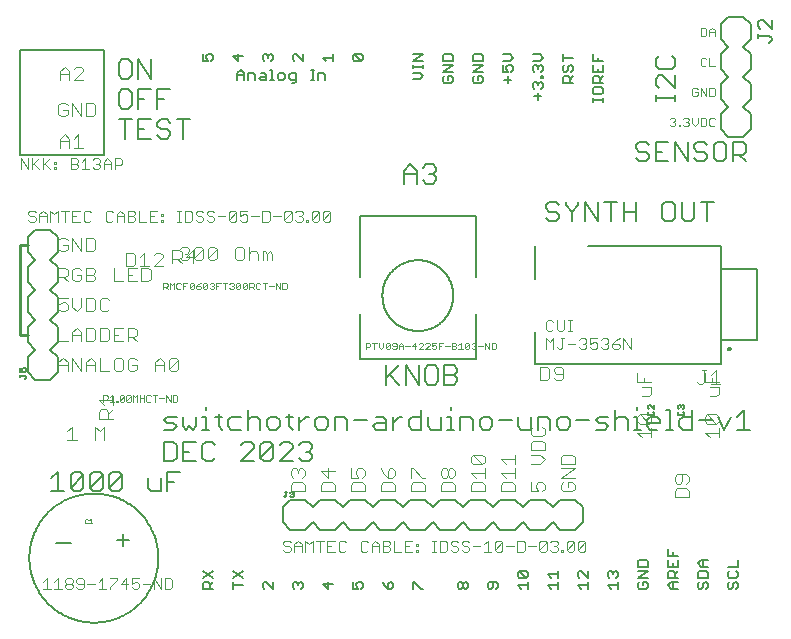
<source format=gbr>
G04 EAGLE Gerber RS-274X export*
G75*
%MOMM*%
%FSLAX34Y34*%
%LPD*%
%INSilkscreen Top*%
%IPPOS*%
%AMOC8*
5,1,8,0,0,1.08239X$1,22.5*%
G01*
%ADD10C,0.152400*%
%ADD11C,0.101600*%
%ADD12C,0.076200*%
%ADD13C,0.254000*%
%ADD14C,0.050800*%
%ADD15C,0.203200*%
%ADD16C,0.025400*%
%ADD17C,0.127000*%
%ADD18C,0.200000*%


D10*
X560578Y451612D02*
X560578Y457035D01*
X560578Y454324D02*
X544308Y454324D01*
X544308Y457035D02*
X544308Y451612D01*
X560578Y462526D02*
X560578Y473373D01*
X560578Y462526D02*
X549731Y473373D01*
X547020Y473373D01*
X544308Y470661D01*
X544308Y465238D01*
X547020Y462526D01*
X544308Y487033D02*
X547020Y489745D01*
X544308Y487033D02*
X544308Y481610D01*
X547020Y478898D01*
X557866Y478898D01*
X560578Y481610D01*
X560578Y487033D01*
X557866Y489745D01*
D11*
X143427Y328432D02*
X141478Y326483D01*
X143427Y328432D02*
X147325Y328432D01*
X149274Y326483D01*
X149274Y324534D01*
X147325Y322585D01*
X145376Y322585D01*
X147325Y322585D02*
X149274Y320636D01*
X149274Y318687D01*
X147325Y316738D01*
X143427Y316738D01*
X141478Y318687D01*
X153172Y318687D02*
X153172Y326483D01*
X155121Y328432D01*
X159019Y328432D01*
X160968Y326483D01*
X160968Y318687D01*
X159019Y316738D01*
X155121Y316738D01*
X153172Y318687D01*
X160968Y326483D01*
X164866Y326483D02*
X164866Y318687D01*
X164866Y326483D02*
X166815Y328432D01*
X170713Y328432D01*
X172662Y326483D01*
X172662Y318687D01*
X170713Y316738D01*
X166815Y316738D01*
X164866Y318687D01*
X172662Y326483D01*
X190203Y328432D02*
X194101Y328432D01*
X190203Y328432D02*
X188254Y326483D01*
X188254Y318687D01*
X190203Y316738D01*
X194101Y316738D01*
X196050Y318687D01*
X196050Y326483D01*
X194101Y328432D01*
X199948Y328432D02*
X199948Y316738D01*
X199948Y322585D02*
X201897Y324534D01*
X205795Y324534D01*
X207744Y322585D01*
X207744Y316738D01*
X211642Y316738D02*
X211642Y324534D01*
X213591Y324534D01*
X215540Y322585D01*
X215540Y316738D01*
X215540Y322585D02*
X217489Y324534D01*
X219438Y322585D01*
X219438Y316738D01*
D12*
X455934Y266327D02*
X457502Y264759D01*
X455934Y266327D02*
X452799Y266327D01*
X451231Y264759D01*
X451231Y258489D01*
X452799Y256921D01*
X455934Y256921D01*
X457502Y258489D01*
X460586Y258489D02*
X460586Y266327D01*
X460586Y258489D02*
X462154Y256921D01*
X465289Y256921D01*
X466857Y258489D01*
X466857Y266327D01*
X469941Y256921D02*
X473077Y256921D01*
X471509Y256921D02*
X471509Y266327D01*
X469941Y266327D02*
X473077Y266327D01*
X451231Y251087D02*
X451231Y241681D01*
X454366Y247952D02*
X451231Y251087D01*
X454366Y247952D02*
X457502Y251087D01*
X457502Y241681D01*
X460586Y243249D02*
X462154Y241681D01*
X463722Y241681D01*
X465289Y243249D01*
X465289Y251087D01*
X463722Y251087D02*
X466857Y251087D01*
X469941Y246384D02*
X476212Y246384D01*
X479297Y249519D02*
X480864Y251087D01*
X484000Y251087D01*
X485567Y249519D01*
X485567Y247952D01*
X484000Y246384D01*
X482432Y246384D01*
X484000Y246384D02*
X485567Y244816D01*
X485567Y243249D01*
X484000Y241681D01*
X480864Y241681D01*
X479297Y243249D01*
X488652Y251087D02*
X494922Y251087D01*
X488652Y251087D02*
X488652Y246384D01*
X491787Y247952D01*
X493355Y247952D01*
X494922Y246384D01*
X494922Y243249D01*
X493355Y241681D01*
X490219Y241681D01*
X488652Y243249D01*
X498007Y249519D02*
X499575Y251087D01*
X502710Y251087D01*
X504278Y249519D01*
X504278Y247952D01*
X502710Y246384D01*
X501142Y246384D01*
X502710Y246384D02*
X504278Y244816D01*
X504278Y243249D01*
X502710Y241681D01*
X499575Y241681D01*
X498007Y243249D01*
X510497Y249519D02*
X513633Y251087D01*
X510497Y249519D02*
X507362Y246384D01*
X507362Y243249D01*
X508930Y241681D01*
X512065Y241681D01*
X513633Y243249D01*
X513633Y244816D01*
X512065Y246384D01*
X507362Y246384D01*
X516717Y241681D02*
X516717Y251087D01*
X522988Y241681D01*
X522988Y251087D01*
D10*
X462459Y363570D02*
X459747Y366282D01*
X454324Y366282D01*
X451612Y363570D01*
X451612Y360859D01*
X454324Y358147D01*
X459747Y358147D01*
X462459Y355435D01*
X462459Y352724D01*
X459747Y350012D01*
X454324Y350012D01*
X451612Y352724D01*
X467984Y363570D02*
X467984Y366282D01*
X467984Y363570D02*
X473407Y358147D01*
X478830Y363570D01*
X478830Y366282D01*
X473407Y358147D02*
X473407Y350012D01*
X484355Y350012D02*
X484355Y366282D01*
X495202Y350012D01*
X495202Y366282D01*
X506150Y366282D02*
X506150Y350012D01*
X500727Y366282D02*
X511573Y366282D01*
X517098Y366282D02*
X517098Y350012D01*
X517098Y358147D02*
X527945Y358147D01*
X527945Y366282D02*
X527945Y350012D01*
X552553Y366282D02*
X557976Y366282D01*
X552553Y366282D02*
X549841Y363570D01*
X549841Y352724D01*
X552553Y350012D01*
X557976Y350012D01*
X560688Y352724D01*
X560688Y363570D01*
X557976Y366282D01*
X566213Y366282D02*
X566213Y352724D01*
X568925Y350012D01*
X574348Y350012D01*
X577060Y352724D01*
X577060Y366282D01*
X588008Y366282D02*
X588008Y350012D01*
X582585Y366282D02*
X593431Y366282D01*
X97797Y486932D02*
X92374Y486932D01*
X89662Y484220D01*
X89662Y473374D01*
X92374Y470662D01*
X97797Y470662D01*
X100509Y473374D01*
X100509Y484220D01*
X97797Y486932D01*
X106034Y486932D02*
X106034Y470662D01*
X116880Y470662D02*
X106034Y486932D01*
X116880Y486932D02*
X116880Y470662D01*
X97797Y461532D02*
X92374Y461532D01*
X89662Y458820D01*
X89662Y447974D01*
X92374Y445262D01*
X97797Y445262D01*
X100509Y447974D01*
X100509Y458820D01*
X97797Y461532D01*
X106034Y461532D02*
X106034Y445262D01*
X106034Y461532D02*
X116880Y461532D01*
X111457Y453397D02*
X106034Y453397D01*
X122405Y445262D02*
X122405Y461532D01*
X133252Y461532D01*
X127828Y453397D02*
X122405Y453397D01*
X95085Y436132D02*
X95085Y419862D01*
X89662Y436132D02*
X100509Y436132D01*
X106034Y436132D02*
X116880Y436132D01*
X106034Y436132D02*
X106034Y419862D01*
X116880Y419862D01*
X111457Y427997D02*
X106034Y427997D01*
X130540Y436132D02*
X133252Y433420D01*
X130540Y436132D02*
X125117Y436132D01*
X122405Y433420D01*
X122405Y430709D01*
X125117Y427997D01*
X130540Y427997D01*
X133252Y425285D01*
X133252Y422574D01*
X130540Y419862D01*
X125117Y419862D01*
X122405Y422574D01*
X144200Y419862D02*
X144200Y436132D01*
X138777Y436132D02*
X149623Y436132D01*
D11*
X46404Y334103D02*
X44455Y336052D01*
X40557Y336052D01*
X38608Y334103D01*
X38608Y326307D01*
X40557Y324358D01*
X44455Y324358D01*
X46404Y326307D01*
X46404Y330205D01*
X42506Y330205D01*
X50302Y324358D02*
X50302Y336052D01*
X58098Y324358D01*
X58098Y336052D01*
X61996Y336052D02*
X61996Y324358D01*
X67843Y324358D01*
X69792Y326307D01*
X69792Y334103D01*
X67843Y336052D01*
X61996Y336052D01*
X38608Y230554D02*
X38608Y222758D01*
X38608Y230554D02*
X42506Y234452D01*
X46404Y230554D01*
X46404Y222758D01*
X46404Y228605D02*
X38608Y228605D01*
X50302Y222758D02*
X50302Y234452D01*
X58098Y222758D01*
X58098Y234452D01*
X61996Y230554D02*
X61996Y222758D01*
X61996Y230554D02*
X65894Y234452D01*
X69792Y230554D01*
X69792Y222758D01*
X69792Y228605D02*
X61996Y228605D01*
X73690Y234452D02*
X73690Y222758D01*
X81486Y222758D01*
X87333Y234452D02*
X91231Y234452D01*
X87333Y234452D02*
X85384Y232503D01*
X85384Y224707D01*
X87333Y222758D01*
X91231Y222758D01*
X93180Y224707D01*
X93180Y232503D01*
X91231Y234452D01*
X102925Y234452D02*
X104874Y232503D01*
X102925Y234452D02*
X99027Y234452D01*
X97078Y232503D01*
X97078Y224707D01*
X99027Y222758D01*
X102925Y222758D01*
X104874Y224707D01*
X104874Y228605D01*
X100976Y228605D01*
X120466Y230554D02*
X120466Y222758D01*
X120466Y230554D02*
X124364Y234452D01*
X128262Y230554D01*
X128262Y222758D01*
X128262Y228605D02*
X120466Y228605D01*
X132160Y224707D02*
X132160Y232503D01*
X134109Y234452D01*
X138007Y234452D01*
X139956Y232503D01*
X139956Y224707D01*
X138007Y222758D01*
X134109Y222758D01*
X132160Y224707D01*
X139956Y232503D01*
X38608Y248158D02*
X38608Y259852D01*
X38608Y248158D02*
X46404Y248158D01*
X50302Y248158D02*
X50302Y255954D01*
X54200Y259852D01*
X58098Y255954D01*
X58098Y248158D01*
X58098Y254005D02*
X50302Y254005D01*
X61996Y259852D02*
X61996Y248158D01*
X67843Y248158D01*
X69792Y250107D01*
X69792Y257903D01*
X67843Y259852D01*
X61996Y259852D01*
X73690Y259852D02*
X73690Y248158D01*
X79537Y248158D01*
X81486Y250107D01*
X81486Y257903D01*
X79537Y259852D01*
X73690Y259852D01*
X85384Y259852D02*
X93180Y259852D01*
X85384Y259852D02*
X85384Y248158D01*
X93180Y248158D01*
X89282Y254005D02*
X85384Y254005D01*
X97078Y248158D02*
X97078Y259852D01*
X102925Y259852D01*
X104874Y257903D01*
X104874Y254005D01*
X102925Y252056D01*
X97078Y252056D01*
X100976Y252056D02*
X104874Y248158D01*
X46404Y285252D02*
X38608Y285252D01*
X38608Y279405D01*
X42506Y281354D01*
X44455Y281354D01*
X46404Y279405D01*
X46404Y275507D01*
X44455Y273558D01*
X40557Y273558D01*
X38608Y275507D01*
X50302Y277456D02*
X50302Y285252D01*
X50302Y277456D02*
X54200Y273558D01*
X58098Y277456D01*
X58098Y285252D01*
X61996Y285252D02*
X61996Y273558D01*
X67843Y273558D01*
X69792Y275507D01*
X69792Y283303D01*
X67843Y285252D01*
X61996Y285252D01*
X79537Y285252D02*
X81486Y283303D01*
X79537Y285252D02*
X75639Y285252D01*
X73690Y283303D01*
X73690Y275507D01*
X75639Y273558D01*
X79537Y273558D01*
X81486Y275507D01*
X38608Y298958D02*
X38608Y310652D01*
X44455Y310652D01*
X46404Y308703D01*
X46404Y304805D01*
X44455Y302856D01*
X38608Y302856D01*
X42506Y302856D02*
X46404Y298958D01*
X58098Y308703D02*
X56149Y310652D01*
X52251Y310652D01*
X50302Y308703D01*
X50302Y300907D01*
X52251Y298958D01*
X56149Y298958D01*
X58098Y300907D01*
X58098Y304805D01*
X54200Y304805D01*
X61996Y298958D02*
X61996Y310652D01*
X67843Y310652D01*
X69792Y308703D01*
X69792Y306754D01*
X67843Y304805D01*
X69792Y302856D01*
X69792Y300907D01*
X67843Y298958D01*
X61996Y298958D01*
X61996Y304805D02*
X67843Y304805D01*
X85384Y310652D02*
X85384Y298958D01*
X93180Y298958D01*
X97078Y310652D02*
X104874Y310652D01*
X97078Y310652D02*
X97078Y298958D01*
X104874Y298958D01*
X100976Y304805D02*
X97078Y304805D01*
X108772Y310652D02*
X108772Y298958D01*
X114619Y298958D01*
X116568Y300907D01*
X116568Y308703D01*
X114619Y310652D01*
X108772Y310652D01*
D10*
X330962Y381762D02*
X330962Y392609D01*
X336385Y398032D01*
X341809Y392609D01*
X341809Y381762D01*
X341809Y389897D02*
X330962Y389897D01*
X347334Y395320D02*
X350045Y398032D01*
X355469Y398032D01*
X358180Y395320D01*
X358180Y392609D01*
X355469Y389897D01*
X352757Y389897D01*
X355469Y389897D02*
X358180Y387185D01*
X358180Y384474D01*
X355469Y381762D01*
X350045Y381762D01*
X347334Y384474D01*
D11*
X465997Y128954D02*
X464048Y127005D01*
X464048Y123107D01*
X465997Y121158D01*
X473793Y121158D01*
X475742Y123107D01*
X475742Y127005D01*
X473793Y128954D01*
X469895Y128954D01*
X469895Y125056D01*
X475742Y132852D02*
X464048Y132852D01*
X475742Y140648D01*
X464048Y140648D01*
X464048Y144546D02*
X475742Y144546D01*
X475742Y150393D01*
X473793Y152342D01*
X465997Y152342D01*
X464048Y150393D01*
X464048Y144546D01*
X438648Y128954D02*
X438648Y121158D01*
X444495Y121158D01*
X442546Y125056D01*
X442546Y127005D01*
X444495Y128954D01*
X448393Y128954D01*
X450342Y127005D01*
X450342Y123107D01*
X448393Y121158D01*
X446444Y144546D02*
X438648Y144546D01*
X446444Y144546D02*
X450342Y148444D01*
X446444Y152342D01*
X438648Y152342D01*
X438648Y156240D02*
X450342Y156240D01*
X450342Y162087D01*
X448393Y164036D01*
X440597Y164036D01*
X438648Y162087D01*
X438648Y156240D01*
X438648Y173781D02*
X440597Y175730D01*
X438648Y173781D02*
X438648Y169883D01*
X440597Y167934D01*
X448393Y167934D01*
X450342Y169883D01*
X450342Y173781D01*
X448393Y175730D01*
X424942Y121158D02*
X413248Y121158D01*
X424942Y121158D02*
X424942Y127005D01*
X422993Y128954D01*
X415197Y128954D01*
X413248Y127005D01*
X413248Y121158D01*
X417146Y132852D02*
X413248Y136750D01*
X424942Y136750D01*
X424942Y132852D02*
X424942Y140648D01*
X417146Y144546D02*
X413248Y148444D01*
X424942Y148444D01*
X424942Y144546D02*
X424942Y152342D01*
X399542Y121158D02*
X387848Y121158D01*
X399542Y121158D02*
X399542Y127005D01*
X397593Y128954D01*
X389797Y128954D01*
X387848Y127005D01*
X387848Y121158D01*
X391746Y132852D02*
X387848Y136750D01*
X399542Y136750D01*
X399542Y132852D02*
X399542Y140648D01*
X397593Y144546D02*
X389797Y144546D01*
X387848Y146495D01*
X387848Y150393D01*
X389797Y152342D01*
X397593Y152342D01*
X399542Y150393D01*
X399542Y146495D01*
X397593Y144546D01*
X389797Y152342D01*
X374142Y121158D02*
X362448Y121158D01*
X374142Y121158D02*
X374142Y127005D01*
X372193Y128954D01*
X364397Y128954D01*
X362448Y127005D01*
X362448Y121158D01*
X364397Y132852D02*
X362448Y134801D01*
X362448Y138699D01*
X364397Y140648D01*
X366346Y140648D01*
X368295Y138699D01*
X370244Y140648D01*
X372193Y140648D01*
X374142Y138699D01*
X374142Y134801D01*
X372193Y132852D01*
X370244Y132852D01*
X368295Y134801D01*
X366346Y132852D01*
X364397Y132852D01*
X368295Y134801D02*
X368295Y138699D01*
X348742Y121158D02*
X337048Y121158D01*
X348742Y121158D02*
X348742Y127005D01*
X346793Y128954D01*
X338997Y128954D01*
X337048Y127005D01*
X337048Y121158D01*
X337048Y132852D02*
X337048Y140648D01*
X338997Y140648D01*
X346793Y132852D01*
X348742Y132852D01*
X323342Y121158D02*
X311648Y121158D01*
X323342Y121158D02*
X323342Y127005D01*
X321393Y128954D01*
X313597Y128954D01*
X311648Y127005D01*
X311648Y121158D01*
X313597Y136750D02*
X311648Y140648D01*
X313597Y136750D02*
X317495Y132852D01*
X321393Y132852D01*
X323342Y134801D01*
X323342Y138699D01*
X321393Y140648D01*
X319444Y140648D01*
X317495Y138699D01*
X317495Y132852D01*
X297942Y121158D02*
X286248Y121158D01*
X297942Y121158D02*
X297942Y127005D01*
X295993Y128954D01*
X288197Y128954D01*
X286248Y127005D01*
X286248Y121158D01*
X286248Y132852D02*
X286248Y140648D01*
X286248Y132852D02*
X292095Y132852D01*
X290146Y136750D01*
X290146Y138699D01*
X292095Y140648D01*
X295993Y140648D01*
X297942Y138699D01*
X297942Y134801D01*
X295993Y132852D01*
X272542Y121158D02*
X260848Y121158D01*
X272542Y121158D02*
X272542Y127005D01*
X270593Y128954D01*
X262797Y128954D01*
X260848Y127005D01*
X260848Y121158D01*
X260848Y138699D02*
X272542Y138699D01*
X266695Y132852D02*
X260848Y138699D01*
X266695Y140648D02*
X266695Y132852D01*
X247142Y121158D02*
X235448Y121158D01*
X247142Y121158D02*
X247142Y127005D01*
X245193Y128954D01*
X237397Y128954D01*
X235448Y127005D01*
X235448Y121158D01*
X237397Y132852D02*
X235448Y134801D01*
X235448Y138699D01*
X237397Y140648D01*
X239346Y140648D01*
X241295Y138699D01*
X241295Y136750D01*
X241295Y138699D02*
X243244Y140648D01*
X245193Y140648D01*
X247142Y138699D01*
X247142Y134801D01*
X245193Y132852D01*
D12*
X582313Y506603D02*
X582313Y513975D01*
X582313Y506603D02*
X585999Y506603D01*
X587228Y507832D01*
X587228Y512747D01*
X585999Y513975D01*
X582313Y513975D01*
X589797Y511518D02*
X589797Y506603D01*
X589797Y511518D02*
X592254Y513975D01*
X594712Y511518D01*
X594712Y506603D01*
X594712Y510289D02*
X589797Y510289D01*
X585999Y488575D02*
X587228Y487347D01*
X585999Y488575D02*
X583541Y488575D01*
X582313Y487347D01*
X582313Y482432D01*
X583541Y481203D01*
X585999Y481203D01*
X587228Y482432D01*
X589797Y481203D02*
X589797Y488575D01*
X589797Y481203D02*
X594712Y481203D01*
X578515Y463175D02*
X579743Y461947D01*
X578515Y463175D02*
X576057Y463175D01*
X574829Y461947D01*
X574829Y457032D01*
X576057Y455803D01*
X578515Y455803D01*
X579743Y457032D01*
X579743Y459489D01*
X577286Y459489D01*
X582313Y455803D02*
X582313Y463175D01*
X587228Y455803D01*
X587228Y463175D01*
X589797Y463175D02*
X589797Y455803D01*
X593483Y455803D01*
X594712Y457032D01*
X594712Y461947D01*
X593483Y463175D01*
X589797Y463175D01*
X557347Y437775D02*
X556118Y436547D01*
X557347Y437775D02*
X559804Y437775D01*
X561033Y436547D01*
X561033Y435318D01*
X559804Y434089D01*
X558576Y434089D01*
X559804Y434089D02*
X561033Y432860D01*
X561033Y431632D01*
X559804Y430403D01*
X557347Y430403D01*
X556118Y431632D01*
X563602Y431632D02*
X563602Y430403D01*
X563602Y431632D02*
X564831Y431632D01*
X564831Y430403D01*
X563602Y430403D01*
X567344Y436547D02*
X568573Y437775D01*
X571031Y437775D01*
X572259Y436547D01*
X572259Y435318D01*
X571031Y434089D01*
X569802Y434089D01*
X571031Y434089D02*
X572259Y432860D01*
X572259Y431632D01*
X571031Y430403D01*
X568573Y430403D01*
X567344Y431632D01*
X574829Y432860D02*
X574829Y437775D01*
X574829Y432860D02*
X577286Y430403D01*
X579743Y432860D01*
X579743Y437775D01*
X582313Y437775D02*
X582313Y430403D01*
X585999Y430403D01*
X587228Y431632D01*
X587228Y436547D01*
X585999Y437775D01*
X582313Y437775D01*
X593483Y437775D02*
X594712Y436547D01*
X593483Y437775D02*
X591026Y437775D01*
X589797Y436547D01*
X589797Y431632D01*
X591026Y430403D01*
X593483Y430403D01*
X594712Y431632D01*
D10*
X37935Y137682D02*
X32512Y132259D01*
X37935Y137682D02*
X37935Y121412D01*
X32512Y121412D02*
X43359Y121412D01*
X48884Y124124D02*
X48884Y134970D01*
X51595Y137682D01*
X57019Y137682D01*
X59730Y134970D01*
X59730Y124124D01*
X57019Y121412D01*
X51595Y121412D01*
X48884Y124124D01*
X59730Y134970D01*
X65255Y134970D02*
X65255Y124124D01*
X65255Y134970D02*
X67967Y137682D01*
X73390Y137682D01*
X76102Y134970D01*
X76102Y124124D01*
X73390Y121412D01*
X67967Y121412D01*
X65255Y124124D01*
X76102Y134970D01*
X81627Y134970D02*
X81627Y124124D01*
X81627Y134970D02*
X84338Y137682D01*
X89762Y137682D01*
X92473Y134970D01*
X92473Y124124D01*
X89762Y121412D01*
X84338Y121412D01*
X81627Y124124D01*
X92473Y134970D01*
X114370Y132259D02*
X114370Y124124D01*
X117081Y121412D01*
X125216Y121412D01*
X125216Y132259D01*
X130741Y137682D02*
X130741Y121412D01*
X130741Y137682D02*
X141588Y137682D01*
X136165Y129547D02*
X130741Y129547D01*
D11*
X39878Y469138D02*
X39878Y476934D01*
X43776Y480832D01*
X47674Y476934D01*
X47674Y469138D01*
X47674Y474985D02*
X39878Y474985D01*
X51572Y469138D02*
X59368Y469138D01*
X51572Y469138D02*
X59368Y476934D01*
X59368Y478883D01*
X57419Y480832D01*
X53521Y480832D01*
X51572Y478883D01*
X39878Y419784D02*
X39878Y411988D01*
X39878Y419784D02*
X43776Y423682D01*
X47674Y419784D01*
X47674Y411988D01*
X47674Y417835D02*
X39878Y417835D01*
X51572Y419784D02*
X55470Y423682D01*
X55470Y411988D01*
X51572Y411988D02*
X59368Y411988D01*
X46404Y448403D02*
X44455Y450352D01*
X40557Y450352D01*
X38608Y448403D01*
X38608Y440607D01*
X40557Y438658D01*
X44455Y438658D01*
X46404Y440607D01*
X46404Y444505D01*
X42506Y444505D01*
X50302Y438658D02*
X50302Y450352D01*
X58098Y438658D01*
X58098Y450352D01*
X61996Y450352D02*
X61996Y438658D01*
X67843Y438658D01*
X69792Y440607D01*
X69792Y448403D01*
X67843Y450352D01*
X61996Y450352D01*
X446278Y226832D02*
X446278Y215138D01*
X452125Y215138D01*
X454074Y217087D01*
X454074Y224883D01*
X452125Y226832D01*
X446278Y226832D01*
X457972Y217087D02*
X459921Y215138D01*
X463819Y215138D01*
X465768Y217087D01*
X465768Y224883D01*
X463819Y226832D01*
X459921Y226832D01*
X457972Y224883D01*
X457972Y222934D01*
X459921Y220985D01*
X465768Y220985D01*
X585968Y170776D02*
X589866Y166878D01*
X585968Y170776D02*
X597662Y170776D01*
X597662Y166878D02*
X597662Y174674D01*
X595713Y178572D02*
X587917Y178572D01*
X585968Y180521D01*
X585968Y184419D01*
X587917Y186368D01*
X595713Y186368D01*
X597662Y184419D01*
X597662Y180521D01*
X595713Y178572D01*
X587917Y186368D01*
X589866Y201960D02*
X595713Y201960D01*
X597662Y203909D01*
X597662Y209756D01*
X589866Y209756D01*
X585968Y213654D02*
X597662Y213654D01*
X585968Y213654D02*
X585968Y221450D01*
X591815Y217552D02*
X591815Y213654D01*
X532716Y166878D02*
X528818Y170776D01*
X540512Y170776D01*
X540512Y166878D02*
X540512Y174674D01*
X538563Y178572D02*
X530767Y178572D01*
X528818Y180521D01*
X528818Y184419D01*
X530767Y186368D01*
X538563Y186368D01*
X540512Y184419D01*
X540512Y180521D01*
X538563Y178572D01*
X530767Y186368D01*
X532716Y201960D02*
X538563Y201960D01*
X540512Y203909D01*
X540512Y209756D01*
X532716Y209756D01*
X528818Y213654D02*
X540512Y213654D01*
X528818Y213654D02*
X528818Y221450D01*
X534665Y217552D02*
X534665Y213654D01*
X95758Y311658D02*
X95758Y323352D01*
X95758Y311658D02*
X101605Y311658D01*
X103554Y313607D01*
X103554Y321403D01*
X101605Y323352D01*
X95758Y323352D01*
X107452Y319454D02*
X111350Y323352D01*
X111350Y311658D01*
X107452Y311658D02*
X115248Y311658D01*
X119146Y311658D02*
X126942Y311658D01*
X119146Y311658D02*
X126942Y319454D01*
X126942Y321403D01*
X124993Y323352D01*
X121095Y323352D01*
X119146Y321403D01*
D10*
X535947Y417082D02*
X538659Y414370D01*
X535947Y417082D02*
X530524Y417082D01*
X527812Y414370D01*
X527812Y411659D01*
X530524Y408947D01*
X535947Y408947D01*
X538659Y406235D01*
X538659Y403524D01*
X535947Y400812D01*
X530524Y400812D01*
X527812Y403524D01*
X544184Y417082D02*
X555030Y417082D01*
X544184Y417082D02*
X544184Y400812D01*
X555030Y400812D01*
X549607Y408947D02*
X544184Y408947D01*
X560555Y400812D02*
X560555Y417082D01*
X571402Y400812D01*
X571402Y417082D01*
X585062Y417082D02*
X587773Y414370D01*
X585062Y417082D02*
X579638Y417082D01*
X576927Y414370D01*
X576927Y411659D01*
X579638Y408947D01*
X585062Y408947D01*
X587773Y406235D01*
X587773Y403524D01*
X585062Y400812D01*
X579638Y400812D01*
X576927Y403524D01*
X596010Y417082D02*
X601433Y417082D01*
X596010Y417082D02*
X593298Y414370D01*
X593298Y403524D01*
X596010Y400812D01*
X601433Y400812D01*
X604145Y403524D01*
X604145Y414370D01*
X601433Y417082D01*
X609670Y417082D02*
X609670Y400812D01*
X609670Y417082D02*
X617805Y417082D01*
X620516Y414370D01*
X620516Y408947D01*
X617805Y406235D01*
X609670Y406235D01*
X615093Y406235D02*
X620516Y400812D01*
X316276Y227852D02*
X316276Y211582D01*
X316276Y217005D02*
X327122Y227852D01*
X318987Y219717D02*
X327122Y211582D01*
X332647Y211582D02*
X332647Y227852D01*
X343494Y211582D01*
X343494Y227852D01*
X351730Y227852D02*
X357154Y227852D01*
X351730Y227852D02*
X349019Y225140D01*
X349019Y214294D01*
X351730Y211582D01*
X357154Y211582D01*
X359865Y214294D01*
X359865Y225140D01*
X357154Y227852D01*
X365390Y227852D02*
X365390Y211582D01*
X365390Y227852D02*
X373525Y227852D01*
X376237Y225140D01*
X376237Y222429D01*
X373525Y219717D01*
X376237Y217005D01*
X376237Y214294D01*
X373525Y211582D01*
X365390Y211582D01*
X365390Y219717D02*
X373525Y219717D01*
X135897Y173482D02*
X127762Y173482D01*
X135897Y173482D02*
X138609Y176194D01*
X135897Y178905D01*
X130474Y178905D01*
X127762Y181617D01*
X130474Y184329D01*
X138609Y184329D01*
X144134Y184329D02*
X144134Y176194D01*
X146845Y173482D01*
X149557Y176194D01*
X152269Y173482D01*
X154980Y176194D01*
X154980Y184329D01*
X160505Y184329D02*
X163217Y184329D01*
X163217Y173482D01*
X165928Y173482D02*
X160505Y173482D01*
X163217Y189752D02*
X163217Y192464D01*
X174131Y187040D02*
X174131Y176194D01*
X176843Y173482D01*
X176843Y184329D02*
X171420Y184329D01*
X185046Y184329D02*
X193180Y184329D01*
X185046Y184329D02*
X182334Y181617D01*
X182334Y176194D01*
X185046Y173482D01*
X193180Y173482D01*
X198705Y173482D02*
X198705Y189752D01*
X201417Y184329D02*
X198705Y181617D01*
X201417Y184329D02*
X206840Y184329D01*
X209552Y181617D01*
X209552Y173482D01*
X217789Y173482D02*
X223212Y173482D01*
X225924Y176194D01*
X225924Y181617D01*
X223212Y184329D01*
X217789Y184329D01*
X215077Y181617D01*
X215077Y176194D01*
X217789Y173482D01*
X234160Y176194D02*
X234160Y187040D01*
X234160Y176194D02*
X236872Y173482D01*
X236872Y184329D02*
X231449Y184329D01*
X242363Y184329D02*
X242363Y173482D01*
X242363Y178905D02*
X247786Y184329D01*
X250498Y184329D01*
X258718Y173482D02*
X264141Y173482D01*
X266853Y176194D01*
X266853Y181617D01*
X264141Y184329D01*
X258718Y184329D01*
X256006Y181617D01*
X256006Y176194D01*
X258718Y173482D01*
X272377Y173482D02*
X272377Y184329D01*
X280512Y184329D01*
X283224Y181617D01*
X283224Y173482D01*
X288749Y181617D02*
X299596Y181617D01*
X307832Y184329D02*
X313256Y184329D01*
X315967Y181617D01*
X315967Y173482D01*
X307832Y173482D01*
X305121Y176194D01*
X307832Y178905D01*
X315967Y178905D01*
X321492Y173482D02*
X321492Y184329D01*
X326915Y184329D02*
X321492Y178905D01*
X326915Y184329D02*
X329627Y184329D01*
X345982Y189752D02*
X345982Y173482D01*
X337847Y173482D01*
X335135Y176194D01*
X335135Y181617D01*
X337847Y184329D01*
X345982Y184329D01*
X351507Y184329D02*
X351507Y176194D01*
X354218Y173482D01*
X362353Y173482D01*
X362353Y184329D01*
X367878Y184329D02*
X370590Y184329D01*
X370590Y173482D01*
X367878Y173482D02*
X373302Y173482D01*
X370590Y189752D02*
X370590Y192464D01*
X378793Y184329D02*
X378793Y173482D01*
X378793Y184329D02*
X386928Y184329D01*
X389639Y181617D01*
X389639Y173482D01*
X397876Y173482D02*
X403299Y173482D01*
X406011Y176194D01*
X406011Y181617D01*
X403299Y184329D01*
X397876Y184329D01*
X395164Y181617D01*
X395164Y176194D01*
X397876Y173482D01*
X411536Y181617D02*
X422382Y181617D01*
X427907Y184329D02*
X427907Y176194D01*
X430619Y173482D01*
X438754Y173482D01*
X438754Y184329D01*
X444279Y184329D02*
X444279Y173482D01*
X444279Y184329D02*
X452414Y184329D01*
X455125Y181617D01*
X455125Y173482D01*
X463362Y173482D02*
X468785Y173482D01*
X471497Y176194D01*
X471497Y181617D01*
X468785Y184329D01*
X463362Y184329D01*
X460650Y181617D01*
X460650Y176194D01*
X463362Y173482D01*
X477022Y181617D02*
X487869Y181617D01*
X493394Y173482D02*
X501529Y173482D01*
X504240Y176194D01*
X501529Y178905D01*
X496105Y178905D01*
X493394Y181617D01*
X496105Y184329D01*
X504240Y184329D01*
X509765Y189752D02*
X509765Y173482D01*
X509765Y181617D02*
X512477Y184329D01*
X517900Y184329D01*
X520612Y181617D01*
X520612Y173482D01*
X526137Y184329D02*
X528848Y184329D01*
X528848Y173482D01*
X526137Y173482D02*
X531560Y173482D01*
X528848Y189752D02*
X528848Y192464D01*
X539763Y173482D02*
X545186Y173482D01*
X539763Y173482D02*
X537051Y176194D01*
X537051Y181617D01*
X539763Y184329D01*
X545186Y184329D01*
X547898Y181617D01*
X547898Y178905D01*
X537051Y178905D01*
X553423Y189752D02*
X556134Y189752D01*
X556134Y173482D01*
X553423Y173482D02*
X558846Y173482D01*
X575184Y173482D02*
X575184Y189752D01*
X575184Y173482D02*
X567049Y173482D01*
X564337Y176194D01*
X564337Y181617D01*
X567049Y184329D01*
X575184Y184329D01*
X580709Y181617D02*
X591555Y181617D01*
X597080Y184329D02*
X602503Y173482D01*
X607927Y184329D01*
X613452Y184329D02*
X618875Y189752D01*
X618875Y173482D01*
X613452Y173482D02*
X624298Y173482D01*
X127762Y163082D02*
X127762Y146812D01*
X135897Y146812D01*
X138609Y149524D01*
X138609Y160370D01*
X135897Y163082D01*
X127762Y163082D01*
X144134Y163082D02*
X154980Y163082D01*
X144134Y163082D02*
X144134Y146812D01*
X154980Y146812D01*
X149557Y154947D02*
X144134Y154947D01*
X168640Y163082D02*
X171352Y160370D01*
X168640Y163082D02*
X163217Y163082D01*
X160505Y160370D01*
X160505Y149524D01*
X163217Y146812D01*
X168640Y146812D01*
X171352Y149524D01*
X193248Y146812D02*
X204095Y146812D01*
X193248Y146812D02*
X204095Y157659D01*
X204095Y160370D01*
X201383Y163082D01*
X195960Y163082D01*
X193248Y160370D01*
X209620Y160370D02*
X209620Y149524D01*
X209620Y160370D02*
X212331Y163082D01*
X217755Y163082D01*
X220466Y160370D01*
X220466Y149524D01*
X217755Y146812D01*
X212331Y146812D01*
X209620Y149524D01*
X220466Y160370D01*
X225991Y146812D02*
X236838Y146812D01*
X225991Y146812D02*
X236838Y157659D01*
X236838Y160370D01*
X234126Y163082D01*
X228703Y163082D01*
X225991Y160370D01*
X242363Y160370D02*
X245075Y163082D01*
X250498Y163082D01*
X253210Y160370D01*
X253210Y157659D01*
X250498Y154947D01*
X247786Y154947D01*
X250498Y154947D02*
X253210Y152235D01*
X253210Y149524D01*
X250498Y146812D01*
X245075Y146812D01*
X242363Y149524D01*
D11*
X50126Y176032D02*
X46228Y172134D01*
X50126Y176032D02*
X50126Y164338D01*
X46228Y164338D02*
X54024Y164338D01*
X69616Y164338D02*
X69616Y176032D01*
X73514Y172134D01*
X77412Y176032D01*
X77412Y164338D01*
X560568Y116078D02*
X572262Y116078D01*
X572262Y121925D01*
X570313Y123874D01*
X562517Y123874D01*
X560568Y121925D01*
X560568Y116078D01*
X570313Y127772D02*
X572262Y129721D01*
X572262Y133619D01*
X570313Y135568D01*
X562517Y135568D01*
X560568Y133619D01*
X560568Y129721D01*
X562517Y127772D01*
X564466Y127772D01*
X566415Y129721D01*
X566415Y135568D01*
D13*
X12700Y330200D02*
X6350Y330200D01*
X6350Y254000D01*
X12700Y254000D01*
D12*
X6731Y394081D02*
X6731Y403487D01*
X13002Y394081D01*
X13002Y403487D01*
X16086Y403487D02*
X16086Y394081D01*
X16086Y397216D02*
X22357Y403487D01*
X17654Y398784D02*
X22357Y394081D01*
X25441Y394081D02*
X25441Y403487D01*
X25441Y397216D02*
X31712Y403487D01*
X27009Y398784D02*
X31712Y394081D01*
X34797Y400352D02*
X36364Y400352D01*
X36364Y398784D01*
X34797Y398784D01*
X34797Y400352D01*
X34797Y395649D02*
X36364Y395649D01*
X36364Y394081D01*
X34797Y394081D01*
X34797Y395649D01*
X48829Y394081D02*
X48829Y403487D01*
X53532Y403487D01*
X55100Y401919D01*
X55100Y400352D01*
X53532Y398784D01*
X55100Y397216D01*
X55100Y395649D01*
X53532Y394081D01*
X48829Y394081D01*
X48829Y398784D02*
X53532Y398784D01*
X58185Y400352D02*
X61320Y403487D01*
X61320Y394081D01*
X58185Y394081D02*
X64455Y394081D01*
X67540Y401919D02*
X69107Y403487D01*
X72243Y403487D01*
X73810Y401919D01*
X73810Y400352D01*
X72243Y398784D01*
X70675Y398784D01*
X72243Y398784D02*
X73810Y397216D01*
X73810Y395649D01*
X72243Y394081D01*
X69107Y394081D01*
X67540Y395649D01*
X76895Y394081D02*
X76895Y400352D01*
X80030Y403487D01*
X83166Y400352D01*
X83166Y394081D01*
X83166Y398784D02*
X76895Y398784D01*
X86250Y394081D02*
X86250Y403487D01*
X90953Y403487D01*
X92521Y401919D01*
X92521Y398784D01*
X90953Y397216D01*
X86250Y397216D01*
X28916Y47887D02*
X25781Y44752D01*
X28916Y47887D02*
X28916Y38481D01*
X25781Y38481D02*
X32052Y38481D01*
X35136Y44752D02*
X38272Y47887D01*
X38272Y38481D01*
X41407Y38481D02*
X35136Y38481D01*
X44491Y46319D02*
X46059Y47887D01*
X49194Y47887D01*
X50762Y46319D01*
X50762Y44752D01*
X49194Y43184D01*
X50762Y41616D01*
X50762Y40049D01*
X49194Y38481D01*
X46059Y38481D01*
X44491Y40049D01*
X44491Y41616D01*
X46059Y43184D01*
X44491Y44752D01*
X44491Y46319D01*
X46059Y43184D02*
X49194Y43184D01*
X53847Y40049D02*
X55414Y38481D01*
X58550Y38481D01*
X60117Y40049D01*
X60117Y46319D01*
X58550Y47887D01*
X55414Y47887D01*
X53847Y46319D01*
X53847Y44752D01*
X55414Y43184D01*
X60117Y43184D01*
X63202Y43184D02*
X69472Y43184D01*
X72557Y44752D02*
X75692Y47887D01*
X75692Y38481D01*
X72557Y38481D02*
X78828Y38481D01*
X81912Y47887D02*
X88183Y47887D01*
X88183Y46319D01*
X81912Y40049D01*
X81912Y38481D01*
X95970Y38481D02*
X95970Y47887D01*
X91267Y43184D01*
X97538Y43184D01*
X100623Y47887D02*
X106893Y47887D01*
X100623Y47887D02*
X100623Y43184D01*
X103758Y44752D01*
X105326Y44752D01*
X106893Y43184D01*
X106893Y40049D01*
X105326Y38481D01*
X102190Y38481D01*
X100623Y40049D01*
X109978Y43184D02*
X116248Y43184D01*
X119333Y38481D02*
X119333Y47887D01*
X125604Y38481D01*
X125604Y47887D01*
X128688Y47887D02*
X128688Y38481D01*
X133391Y38481D01*
X134959Y40049D01*
X134959Y46319D01*
X133391Y47887D01*
X128688Y47887D01*
D14*
X298704Y241554D02*
X298704Y247147D01*
X301500Y247147D01*
X302433Y246215D01*
X302433Y244350D01*
X301500Y243418D01*
X298704Y243418D01*
X306181Y241554D02*
X306181Y247147D01*
X304317Y247147D02*
X308046Y247147D01*
X309930Y247147D02*
X309930Y243418D01*
X311794Y241554D01*
X313659Y243418D01*
X313659Y247147D01*
X315543Y246215D02*
X315543Y242486D01*
X315543Y246215D02*
X316475Y247147D01*
X318340Y247147D01*
X319272Y246215D01*
X319272Y242486D01*
X318340Y241554D01*
X316475Y241554D01*
X315543Y242486D01*
X319272Y246215D01*
X321156Y242486D02*
X322089Y241554D01*
X323953Y241554D01*
X324885Y242486D01*
X324885Y246215D01*
X323953Y247147D01*
X322089Y247147D01*
X321156Y246215D01*
X321156Y245283D01*
X322089Y244350D01*
X324885Y244350D01*
X326769Y245283D02*
X326769Y241554D01*
X326769Y245283D02*
X328634Y247147D01*
X330498Y245283D01*
X330498Y241554D01*
X330498Y244350D02*
X326769Y244350D01*
X332383Y244350D02*
X336111Y244350D01*
X340792Y241554D02*
X340792Y247147D01*
X337996Y244350D01*
X341724Y244350D01*
X343609Y241554D02*
X347337Y241554D01*
X343609Y241554D02*
X347337Y245283D01*
X347337Y246215D01*
X346405Y247147D01*
X344541Y247147D01*
X343609Y246215D01*
X349222Y241554D02*
X352950Y241554D01*
X349222Y241554D02*
X352950Y245283D01*
X352950Y246215D01*
X352018Y247147D01*
X350154Y247147D01*
X349222Y246215D01*
X354835Y247147D02*
X358563Y247147D01*
X354835Y247147D02*
X354835Y244350D01*
X356699Y245283D01*
X357631Y245283D01*
X358563Y244350D01*
X358563Y242486D01*
X357631Y241554D01*
X355767Y241554D01*
X354835Y242486D01*
X360448Y241554D02*
X360448Y247147D01*
X364177Y247147D01*
X362312Y244350D02*
X360448Y244350D01*
X366061Y244350D02*
X369790Y244350D01*
X371674Y241554D02*
X371674Y247147D01*
X374471Y247147D01*
X375403Y246215D01*
X375403Y245283D01*
X374471Y244350D01*
X375403Y243418D01*
X375403Y242486D01*
X374471Y241554D01*
X371674Y241554D01*
X371674Y244350D02*
X374471Y244350D01*
X377287Y245283D02*
X379152Y247147D01*
X379152Y241554D01*
X381016Y241554D02*
X377287Y241554D01*
X382900Y242486D02*
X382900Y246215D01*
X383833Y247147D01*
X385697Y247147D01*
X386629Y246215D01*
X386629Y242486D01*
X385697Y241554D01*
X383833Y241554D01*
X382900Y242486D01*
X386629Y246215D01*
X388514Y246215D02*
X389446Y247147D01*
X391310Y247147D01*
X392242Y246215D01*
X392242Y245283D01*
X391310Y244350D01*
X390378Y244350D01*
X391310Y244350D02*
X392242Y243418D01*
X392242Y242486D01*
X391310Y241554D01*
X389446Y241554D01*
X388514Y242486D01*
X394127Y244350D02*
X397855Y244350D01*
X399740Y241554D02*
X399740Y247147D01*
X403468Y241554D01*
X403468Y247147D01*
X405353Y247147D02*
X405353Y241554D01*
X408149Y241554D01*
X409081Y242486D01*
X409081Y246215D01*
X408149Y247147D01*
X405353Y247147D01*
D12*
X235252Y78069D02*
X233684Y79637D01*
X230549Y79637D01*
X228981Y78069D01*
X228981Y76502D01*
X230549Y74934D01*
X233684Y74934D01*
X235252Y73366D01*
X235252Y71799D01*
X233684Y70231D01*
X230549Y70231D01*
X228981Y71799D01*
X238336Y70231D02*
X238336Y76502D01*
X241472Y79637D01*
X244607Y76502D01*
X244607Y70231D01*
X244607Y74934D02*
X238336Y74934D01*
X247691Y70231D02*
X247691Y79637D01*
X250827Y76502D01*
X253962Y79637D01*
X253962Y70231D01*
X260182Y70231D02*
X260182Y79637D01*
X257047Y79637D02*
X263317Y79637D01*
X266402Y79637D02*
X272672Y79637D01*
X266402Y79637D02*
X266402Y70231D01*
X272672Y70231D01*
X269537Y74934D02*
X266402Y74934D01*
X280460Y79637D02*
X282028Y78069D01*
X280460Y79637D02*
X277325Y79637D01*
X275757Y78069D01*
X275757Y71799D01*
X277325Y70231D01*
X280460Y70231D01*
X282028Y71799D01*
X299170Y79637D02*
X300738Y78069D01*
X299170Y79637D02*
X296035Y79637D01*
X294467Y78069D01*
X294467Y71799D01*
X296035Y70231D01*
X299170Y70231D01*
X300738Y71799D01*
X303823Y70231D02*
X303823Y76502D01*
X306958Y79637D01*
X310093Y76502D01*
X310093Y70231D01*
X310093Y74934D02*
X303823Y74934D01*
X313178Y70231D02*
X313178Y79637D01*
X317881Y79637D01*
X319448Y78069D01*
X319448Y76502D01*
X317881Y74934D01*
X319448Y73366D01*
X319448Y71799D01*
X317881Y70231D01*
X313178Y70231D01*
X313178Y74934D02*
X317881Y74934D01*
X322533Y79637D02*
X322533Y70231D01*
X328804Y70231D01*
X331888Y79637D02*
X338159Y79637D01*
X331888Y79637D02*
X331888Y70231D01*
X338159Y70231D01*
X335023Y74934D02*
X331888Y74934D01*
X341243Y76502D02*
X342811Y76502D01*
X342811Y74934D01*
X341243Y74934D01*
X341243Y76502D01*
X341243Y71799D02*
X342811Y71799D01*
X342811Y70231D01*
X341243Y70231D01*
X341243Y71799D01*
X355276Y70231D02*
X358411Y70231D01*
X356844Y70231D02*
X356844Y79637D01*
X358411Y79637D02*
X355276Y79637D01*
X361513Y79637D02*
X361513Y70231D01*
X366216Y70231D01*
X367784Y71799D01*
X367784Y78069D01*
X366216Y79637D01*
X361513Y79637D01*
X375571Y79637D02*
X377139Y78069D01*
X375571Y79637D02*
X372436Y79637D01*
X370868Y78069D01*
X370868Y76502D01*
X372436Y74934D01*
X375571Y74934D01*
X377139Y73366D01*
X377139Y71799D01*
X375571Y70231D01*
X372436Y70231D01*
X370868Y71799D01*
X384926Y79637D02*
X386494Y78069D01*
X384926Y79637D02*
X381791Y79637D01*
X380223Y78069D01*
X380223Y76502D01*
X381791Y74934D01*
X384926Y74934D01*
X386494Y73366D01*
X386494Y71799D01*
X384926Y70231D01*
X381791Y70231D01*
X380223Y71799D01*
X389578Y74934D02*
X395849Y74934D01*
X398934Y76502D02*
X402069Y79637D01*
X402069Y70231D01*
X398934Y70231D02*
X405204Y70231D01*
X408289Y71799D02*
X408289Y78069D01*
X409856Y79637D01*
X412992Y79637D01*
X414559Y78069D01*
X414559Y71799D01*
X412992Y70231D01*
X409856Y70231D01*
X408289Y71799D01*
X414559Y78069D01*
X417644Y74934D02*
X423915Y74934D01*
X426999Y79637D02*
X426999Y70231D01*
X431702Y70231D01*
X433270Y71799D01*
X433270Y78069D01*
X431702Y79637D01*
X426999Y79637D01*
X436354Y74934D02*
X442625Y74934D01*
X445710Y71799D02*
X445710Y78069D01*
X447277Y79637D01*
X450413Y79637D01*
X451980Y78069D01*
X451980Y71799D01*
X450413Y70231D01*
X447277Y70231D01*
X445710Y71799D01*
X451980Y78069D01*
X455065Y78069D02*
X456632Y79637D01*
X459768Y79637D01*
X461335Y78069D01*
X461335Y76502D01*
X459768Y74934D01*
X458200Y74934D01*
X459768Y74934D02*
X461335Y73366D01*
X461335Y71799D01*
X459768Y70231D01*
X456632Y70231D01*
X455065Y71799D01*
X464420Y71799D02*
X464420Y70231D01*
X464420Y71799D02*
X465988Y71799D01*
X465988Y70231D01*
X464420Y70231D01*
X469097Y71799D02*
X469097Y78069D01*
X470665Y79637D01*
X473800Y79637D01*
X475368Y78069D01*
X475368Y71799D01*
X473800Y70231D01*
X470665Y70231D01*
X469097Y71799D01*
X475368Y78069D01*
X478453Y78069D02*
X478453Y71799D01*
X478453Y78069D02*
X480020Y79637D01*
X483156Y79637D01*
X484723Y78069D01*
X484723Y71799D01*
X483156Y70231D01*
X480020Y70231D01*
X478453Y71799D01*
X484723Y78069D01*
X19352Y357469D02*
X17784Y359037D01*
X14649Y359037D01*
X13081Y357469D01*
X13081Y355902D01*
X14649Y354334D01*
X17784Y354334D01*
X19352Y352766D01*
X19352Y351199D01*
X17784Y349631D01*
X14649Y349631D01*
X13081Y351199D01*
X22436Y349631D02*
X22436Y355902D01*
X25572Y359037D01*
X28707Y355902D01*
X28707Y349631D01*
X28707Y354334D02*
X22436Y354334D01*
X31791Y349631D02*
X31791Y359037D01*
X34927Y355902D01*
X38062Y359037D01*
X38062Y349631D01*
X44282Y349631D02*
X44282Y359037D01*
X41147Y359037D02*
X47417Y359037D01*
X50502Y359037D02*
X56772Y359037D01*
X50502Y359037D02*
X50502Y349631D01*
X56772Y349631D01*
X53637Y354334D02*
X50502Y354334D01*
X64560Y359037D02*
X66128Y357469D01*
X64560Y359037D02*
X61425Y359037D01*
X59857Y357469D01*
X59857Y351199D01*
X61425Y349631D01*
X64560Y349631D01*
X66128Y351199D01*
X83270Y359037D02*
X84838Y357469D01*
X83270Y359037D02*
X80135Y359037D01*
X78567Y357469D01*
X78567Y351199D01*
X80135Y349631D01*
X83270Y349631D01*
X84838Y351199D01*
X87923Y349631D02*
X87923Y355902D01*
X91058Y359037D01*
X94193Y355902D01*
X94193Y349631D01*
X94193Y354334D02*
X87923Y354334D01*
X97278Y349631D02*
X97278Y359037D01*
X101981Y359037D01*
X103548Y357469D01*
X103548Y355902D01*
X101981Y354334D01*
X103548Y352766D01*
X103548Y351199D01*
X101981Y349631D01*
X97278Y349631D01*
X97278Y354334D02*
X101981Y354334D01*
X106633Y359037D02*
X106633Y349631D01*
X112904Y349631D01*
X115988Y359037D02*
X122259Y359037D01*
X115988Y359037D02*
X115988Y349631D01*
X122259Y349631D01*
X119123Y354334D02*
X115988Y354334D01*
X125343Y355902D02*
X126911Y355902D01*
X126911Y354334D01*
X125343Y354334D01*
X125343Y355902D01*
X125343Y351199D02*
X126911Y351199D01*
X126911Y349631D01*
X125343Y349631D01*
X125343Y351199D01*
X139376Y349631D02*
X142511Y349631D01*
X140944Y349631D02*
X140944Y359037D01*
X142511Y359037D02*
X139376Y359037D01*
X145613Y359037D02*
X145613Y349631D01*
X150316Y349631D01*
X151884Y351199D01*
X151884Y357469D01*
X150316Y359037D01*
X145613Y359037D01*
X159671Y359037D02*
X161239Y357469D01*
X159671Y359037D02*
X156536Y359037D01*
X154968Y357469D01*
X154968Y355902D01*
X156536Y354334D01*
X159671Y354334D01*
X161239Y352766D01*
X161239Y351199D01*
X159671Y349631D01*
X156536Y349631D01*
X154968Y351199D01*
X169026Y359037D02*
X170594Y357469D01*
X169026Y359037D02*
X165891Y359037D01*
X164323Y357469D01*
X164323Y355902D01*
X165891Y354334D01*
X169026Y354334D01*
X170594Y352766D01*
X170594Y351199D01*
X169026Y349631D01*
X165891Y349631D01*
X164323Y351199D01*
X173678Y354334D02*
X179949Y354334D01*
X183034Y351199D02*
X183034Y357469D01*
X184601Y359037D01*
X187737Y359037D01*
X189304Y357469D01*
X189304Y351199D01*
X187737Y349631D01*
X184601Y349631D01*
X183034Y351199D01*
X189304Y357469D01*
X192389Y359037D02*
X198659Y359037D01*
X192389Y359037D02*
X192389Y354334D01*
X195524Y355902D01*
X197092Y355902D01*
X198659Y354334D01*
X198659Y351199D01*
X197092Y349631D01*
X193956Y349631D01*
X192389Y351199D01*
X201744Y354334D02*
X208015Y354334D01*
X211099Y359037D02*
X211099Y349631D01*
X215802Y349631D01*
X217370Y351199D01*
X217370Y357469D01*
X215802Y359037D01*
X211099Y359037D01*
X220454Y354334D02*
X226725Y354334D01*
X229810Y351199D02*
X229810Y357469D01*
X231377Y359037D01*
X234513Y359037D01*
X236080Y357469D01*
X236080Y351199D01*
X234513Y349631D01*
X231377Y349631D01*
X229810Y351199D01*
X236080Y357469D01*
X239165Y357469D02*
X240732Y359037D01*
X243868Y359037D01*
X245435Y357469D01*
X245435Y355902D01*
X243868Y354334D01*
X242300Y354334D01*
X243868Y354334D02*
X245435Y352766D01*
X245435Y351199D01*
X243868Y349631D01*
X240732Y349631D01*
X239165Y351199D01*
X248520Y351199D02*
X248520Y349631D01*
X248520Y351199D02*
X250088Y351199D01*
X250088Y349631D01*
X248520Y349631D01*
X253197Y351199D02*
X253197Y357469D01*
X254765Y359037D01*
X257900Y359037D01*
X259468Y357469D01*
X259468Y351199D01*
X257900Y349631D01*
X254765Y349631D01*
X253197Y351199D01*
X259468Y357469D01*
X262553Y357469D02*
X262553Y351199D01*
X262553Y357469D02*
X264120Y359037D01*
X267256Y359037D01*
X268823Y357469D01*
X268823Y351199D01*
X267256Y349631D01*
X264120Y349631D01*
X262553Y351199D01*
X268823Y357469D01*
D14*
X76454Y202697D02*
X76454Y197104D01*
X76454Y202697D02*
X79250Y202697D01*
X80183Y201765D01*
X80183Y199900D01*
X79250Y198968D01*
X76454Y198968D01*
X82067Y200833D02*
X83931Y202697D01*
X83931Y197104D01*
X82067Y197104D02*
X85796Y197104D01*
X87680Y197104D02*
X87680Y198036D01*
X88612Y198036D01*
X88612Y197104D01*
X87680Y197104D01*
X90487Y198036D02*
X90487Y201765D01*
X91419Y202697D01*
X93283Y202697D01*
X94215Y201765D01*
X94215Y198036D01*
X93283Y197104D01*
X91419Y197104D01*
X90487Y198036D01*
X94215Y201765D01*
X96100Y201765D02*
X96100Y198036D01*
X96100Y201765D02*
X97032Y202697D01*
X98896Y202697D01*
X99828Y201765D01*
X99828Y198036D01*
X98896Y197104D01*
X97032Y197104D01*
X96100Y198036D01*
X99828Y201765D01*
X101713Y202697D02*
X101713Y197104D01*
X103577Y200833D02*
X101713Y202697D01*
X103577Y200833D02*
X105441Y202697D01*
X105441Y197104D01*
X107326Y197104D02*
X107326Y202697D01*
X107326Y199900D02*
X111055Y199900D01*
X111055Y197104D02*
X111055Y202697D01*
X115735Y202697D02*
X116668Y201765D01*
X115735Y202697D02*
X113871Y202697D01*
X112939Y201765D01*
X112939Y198036D01*
X113871Y197104D01*
X115735Y197104D01*
X116668Y198036D01*
X120416Y197104D02*
X120416Y202697D01*
X118552Y202697D02*
X122281Y202697D01*
X124165Y199900D02*
X127894Y199900D01*
X129778Y197104D02*
X129778Y202697D01*
X133507Y197104D01*
X133507Y202697D01*
X135391Y202697D02*
X135391Y197104D01*
X138188Y197104D01*
X139120Y198036D01*
X139120Y201765D01*
X138188Y202697D01*
X135391Y202697D01*
X127254Y292354D02*
X127254Y297947D01*
X130050Y297947D01*
X130983Y297015D01*
X130983Y295150D01*
X130050Y294218D01*
X127254Y294218D01*
X129118Y294218D02*
X130983Y292354D01*
X132867Y292354D02*
X132867Y297947D01*
X134731Y296083D01*
X136596Y297947D01*
X136596Y292354D01*
X141277Y297947D02*
X142209Y297015D01*
X141277Y297947D02*
X139412Y297947D01*
X138480Y297015D01*
X138480Y293286D01*
X139412Y292354D01*
X141277Y292354D01*
X142209Y293286D01*
X144093Y292354D02*
X144093Y297947D01*
X147822Y297947D01*
X145958Y295150D02*
X144093Y295150D01*
X149706Y293286D02*
X149706Y297015D01*
X150639Y297947D01*
X152503Y297947D01*
X153435Y297015D01*
X153435Y293286D01*
X152503Y292354D01*
X150639Y292354D01*
X149706Y293286D01*
X153435Y297015D01*
X157184Y297015D02*
X159048Y297947D01*
X157184Y297015D02*
X155319Y295150D01*
X155319Y293286D01*
X156252Y292354D01*
X158116Y292354D01*
X159048Y293286D01*
X159048Y294218D01*
X158116Y295150D01*
X155319Y295150D01*
X160933Y293286D02*
X160933Y297015D01*
X161865Y297947D01*
X163729Y297947D01*
X164661Y297015D01*
X164661Y293286D01*
X163729Y292354D01*
X161865Y292354D01*
X160933Y293286D01*
X164661Y297015D01*
X166546Y297015D02*
X167478Y297947D01*
X169342Y297947D01*
X170274Y297015D01*
X170274Y296083D01*
X169342Y295150D01*
X168410Y295150D01*
X169342Y295150D02*
X170274Y294218D01*
X170274Y293286D01*
X169342Y292354D01*
X167478Y292354D01*
X166546Y293286D01*
X172159Y292354D02*
X172159Y297947D01*
X175887Y297947D01*
X174023Y295150D02*
X172159Y295150D01*
X179636Y292354D02*
X179636Y297947D01*
X177772Y297947D02*
X181500Y297947D01*
X183385Y297015D02*
X184317Y297947D01*
X186181Y297947D01*
X187113Y297015D01*
X187113Y296083D01*
X186181Y295150D01*
X185249Y295150D01*
X186181Y295150D02*
X187113Y294218D01*
X187113Y293286D01*
X186181Y292354D01*
X184317Y292354D01*
X183385Y293286D01*
X188998Y293286D02*
X188998Y297015D01*
X189930Y297947D01*
X191794Y297947D01*
X192727Y297015D01*
X192727Y293286D01*
X191794Y292354D01*
X189930Y292354D01*
X188998Y293286D01*
X192727Y297015D01*
X194611Y297015D02*
X194611Y293286D01*
X194611Y297015D02*
X195543Y297947D01*
X197408Y297947D01*
X198340Y297015D01*
X198340Y293286D01*
X197408Y292354D01*
X195543Y292354D01*
X194611Y293286D01*
X198340Y297015D01*
X200224Y297947D02*
X200224Y292354D01*
X200224Y297947D02*
X203021Y297947D01*
X203953Y297015D01*
X203953Y295150D01*
X203021Y294218D01*
X200224Y294218D01*
X202088Y294218D02*
X203953Y292354D01*
X208634Y297947D02*
X209566Y297015D01*
X208634Y297947D02*
X206769Y297947D01*
X205837Y297015D01*
X205837Y293286D01*
X206769Y292354D01*
X208634Y292354D01*
X209566Y293286D01*
X213315Y292354D02*
X213315Y297947D01*
X215179Y297947D02*
X211450Y297947D01*
X217064Y295150D02*
X220792Y295150D01*
X222677Y292354D02*
X222677Y297947D01*
X226405Y292354D01*
X226405Y297947D01*
X228290Y297947D02*
X228290Y292354D01*
X231086Y292354D01*
X232018Y293286D01*
X232018Y297015D01*
X231086Y297947D01*
X228290Y297947D01*
D10*
X389375Y471175D02*
X390815Y472616D01*
X389375Y471175D02*
X389375Y468294D01*
X390815Y466853D01*
X396577Y466853D01*
X398018Y468294D01*
X398018Y471175D01*
X396577Y472616D01*
X393696Y472616D01*
X393696Y469735D01*
X389375Y476209D02*
X398018Y476209D01*
X398018Y481971D02*
X389375Y476209D01*
X389375Y481971D02*
X398018Y481971D01*
X398018Y485564D02*
X389375Y485564D01*
X398018Y485564D02*
X398018Y489886D01*
X396577Y491326D01*
X390815Y491326D01*
X389375Y489886D01*
X389375Y485564D01*
X365415Y472616D02*
X363975Y471175D01*
X363975Y468294D01*
X365415Y466853D01*
X371177Y466853D01*
X372618Y468294D01*
X372618Y471175D01*
X371177Y472616D01*
X368296Y472616D01*
X368296Y469735D01*
X363975Y476209D02*
X372618Y476209D01*
X372618Y481971D02*
X363975Y476209D01*
X363975Y481971D02*
X372618Y481971D01*
X372618Y485564D02*
X363975Y485564D01*
X372618Y485564D02*
X372618Y489886D01*
X371177Y491326D01*
X365415Y491326D01*
X363975Y489886D01*
X363975Y485564D01*
X419096Y472616D02*
X419096Y466853D01*
X416215Y469735D02*
X421977Y469735D01*
X414775Y476209D02*
X414775Y481971D01*
X414775Y476209D02*
X419096Y476209D01*
X417656Y479090D01*
X417656Y480530D01*
X419096Y481971D01*
X421977Y481971D01*
X423418Y480530D01*
X423418Y477649D01*
X421977Y476209D01*
X420537Y485564D02*
X414775Y485564D01*
X420537Y485564D02*
X423418Y488445D01*
X420537Y491326D01*
X414775Y491326D01*
X465575Y466853D02*
X474218Y466853D01*
X465575Y466853D02*
X465575Y471175D01*
X467015Y472616D01*
X469896Y472616D01*
X471337Y471175D01*
X471337Y466853D01*
X471337Y469735D02*
X474218Y472616D01*
X465575Y480530D02*
X467015Y481971D01*
X465575Y480530D02*
X465575Y477649D01*
X467015Y476209D01*
X468456Y476209D01*
X469896Y477649D01*
X469896Y480530D01*
X471337Y481971D01*
X472777Y481971D01*
X474218Y480530D01*
X474218Y477649D01*
X472777Y476209D01*
X474218Y488445D02*
X465575Y488445D01*
X465575Y485564D02*
X465575Y491326D01*
X344337Y469972D02*
X338575Y469972D01*
X344337Y469972D02*
X347218Y472853D01*
X344337Y475734D01*
X338575Y475734D01*
X347218Y479327D02*
X347218Y482208D01*
X347218Y480768D02*
X338575Y480768D01*
X338575Y482208D02*
X338575Y479327D01*
X338575Y485564D02*
X347218Y485564D01*
X347218Y491326D02*
X338575Y485564D01*
X338575Y491326D02*
X347218Y491326D01*
X444496Y458583D02*
X444496Y452821D01*
X441615Y455702D02*
X447377Y455702D01*
X441615Y462176D02*
X440175Y463616D01*
X440175Y466498D01*
X441615Y467938D01*
X443056Y467938D01*
X444496Y466498D01*
X444496Y465057D01*
X444496Y466498D02*
X445937Y467938D01*
X447377Y467938D01*
X448818Y466498D01*
X448818Y463616D01*
X447377Y462176D01*
X447377Y471531D02*
X448818Y471531D01*
X447377Y471531D02*
X447377Y472972D01*
X448818Y472972D01*
X448818Y471531D01*
X441615Y476209D02*
X440175Y477649D01*
X440175Y480530D01*
X441615Y481971D01*
X443056Y481971D01*
X444496Y480530D01*
X444496Y479090D01*
X444496Y480530D02*
X445937Y481971D01*
X447377Y481971D01*
X448818Y480530D01*
X448818Y477649D01*
X447377Y476209D01*
X445937Y485564D02*
X440175Y485564D01*
X445937Y485564D02*
X448818Y488445D01*
X445937Y491326D01*
X440175Y491326D01*
X294977Y485564D02*
X289215Y485564D01*
X287775Y487004D01*
X287775Y489886D01*
X289215Y491326D01*
X294977Y491326D01*
X296418Y489886D01*
X296418Y487004D01*
X294977Y485564D01*
X289215Y491326D01*
X265256Y485564D02*
X262375Y488445D01*
X271018Y488445D01*
X271018Y485564D02*
X271018Y491326D01*
X245618Y491326D02*
X245618Y485564D01*
X239856Y491326D01*
X238415Y491326D01*
X236975Y489886D01*
X236975Y487004D01*
X238415Y485564D01*
X213015Y485564D02*
X211575Y487004D01*
X211575Y489886D01*
X213015Y491326D01*
X214456Y491326D01*
X215896Y489886D01*
X215896Y488445D01*
X215896Y489886D02*
X217337Y491326D01*
X218777Y491326D01*
X220218Y489886D01*
X220218Y487004D01*
X218777Y485564D01*
X194818Y489886D02*
X186175Y489886D01*
X190496Y485564D01*
X190496Y491326D01*
X160775Y491326D02*
X160775Y485564D01*
X165096Y485564D01*
X163656Y488445D01*
X163656Y489886D01*
X165096Y491326D01*
X167977Y491326D01*
X169418Y489886D01*
X169418Y487004D01*
X167977Y485564D01*
X189992Y475281D02*
X189992Y469519D01*
X189992Y475281D02*
X192873Y478162D01*
X195754Y475281D01*
X195754Y469519D01*
X195754Y473841D02*
X189992Y473841D01*
X199347Y475281D02*
X199347Y469519D01*
X199347Y475281D02*
X203669Y475281D01*
X205109Y473841D01*
X205109Y469519D01*
X210143Y475281D02*
X213024Y475281D01*
X214465Y473841D01*
X214465Y469519D01*
X210143Y469519D01*
X208702Y470960D01*
X210143Y472400D01*
X214465Y472400D01*
X218058Y478162D02*
X219498Y478162D01*
X219498Y469519D01*
X218058Y469519D02*
X220939Y469519D01*
X225735Y469519D02*
X228616Y469519D01*
X230057Y470960D01*
X230057Y473841D01*
X228616Y475281D01*
X225735Y475281D01*
X224294Y473841D01*
X224294Y470960D01*
X225735Y469519D01*
X236531Y466638D02*
X237971Y466638D01*
X239412Y468078D01*
X239412Y475281D01*
X235090Y475281D01*
X233650Y473841D01*
X233650Y470960D01*
X235090Y469519D01*
X239412Y469519D01*
X252360Y469519D02*
X255241Y469519D01*
X253800Y469519D02*
X253800Y478162D01*
X252360Y478162D02*
X255241Y478162D01*
X258597Y475281D02*
X258597Y469519D01*
X258597Y475281D02*
X262918Y475281D01*
X264359Y473841D01*
X264359Y469519D01*
X530515Y44624D02*
X529075Y43184D01*
X529075Y40303D01*
X530515Y38862D01*
X536277Y38862D01*
X537718Y40303D01*
X537718Y43184D01*
X536277Y44624D01*
X533396Y44624D01*
X533396Y41743D01*
X529075Y48217D02*
X537718Y48217D01*
X537718Y53979D02*
X529075Y48217D01*
X529075Y53979D02*
X537718Y53979D01*
X537718Y57572D02*
X529075Y57572D01*
X537718Y57572D02*
X537718Y61894D01*
X536277Y63335D01*
X530515Y63335D01*
X529075Y61894D01*
X529075Y57572D01*
X506556Y38862D02*
X503675Y41743D01*
X512318Y41743D01*
X512318Y38862D02*
X512318Y44624D01*
X505115Y48217D02*
X503675Y49658D01*
X503675Y52539D01*
X505115Y53979D01*
X506556Y53979D01*
X507996Y52539D01*
X507996Y51098D01*
X507996Y52539D02*
X509437Y53979D01*
X510877Y53979D01*
X512318Y52539D01*
X512318Y49658D01*
X510877Y48217D01*
X481156Y38862D02*
X478275Y41743D01*
X486918Y41743D01*
X486918Y38862D02*
X486918Y44624D01*
X486918Y48217D02*
X486918Y53979D01*
X486918Y48217D02*
X481156Y53979D01*
X479715Y53979D01*
X478275Y52539D01*
X478275Y49658D01*
X479715Y48217D01*
X455756Y38862D02*
X452875Y41743D01*
X461518Y41743D01*
X461518Y38862D02*
X461518Y44624D01*
X455756Y48217D02*
X452875Y51098D01*
X461518Y51098D01*
X461518Y48217D02*
X461518Y53979D01*
X557356Y38862D02*
X563118Y38862D01*
X557356Y38862D02*
X554475Y41743D01*
X557356Y44624D01*
X563118Y44624D01*
X558796Y44624D02*
X558796Y38862D01*
X554475Y48217D02*
X563118Y48217D01*
X554475Y48217D02*
X554475Y52539D01*
X555915Y53979D01*
X558796Y53979D01*
X560237Y52539D01*
X560237Y48217D01*
X560237Y51098D02*
X563118Y53979D01*
X554475Y57572D02*
X554475Y63335D01*
X554475Y57572D02*
X563118Y57572D01*
X563118Y63335D01*
X558796Y60454D02*
X558796Y57572D01*
X554475Y66928D02*
X563118Y66928D01*
X554475Y66928D02*
X554475Y72690D01*
X558796Y69809D02*
X558796Y66928D01*
X430356Y38862D02*
X427475Y41743D01*
X436118Y41743D01*
X436118Y38862D02*
X436118Y44624D01*
X434677Y48217D02*
X428915Y48217D01*
X427475Y49658D01*
X427475Y52539D01*
X428915Y53979D01*
X434677Y53979D01*
X436118Y52539D01*
X436118Y49658D01*
X434677Y48217D01*
X428915Y53979D01*
X410718Y40303D02*
X409277Y38862D01*
X410718Y40303D02*
X410718Y43184D01*
X409277Y44624D01*
X403515Y44624D01*
X402075Y43184D01*
X402075Y40303D01*
X403515Y38862D01*
X404956Y38862D01*
X406396Y40303D01*
X406396Y44624D01*
X378115Y38862D02*
X376675Y40303D01*
X376675Y43184D01*
X378115Y44624D01*
X379556Y44624D01*
X380996Y43184D01*
X382437Y44624D01*
X383877Y44624D01*
X385318Y43184D01*
X385318Y40303D01*
X383877Y38862D01*
X382437Y38862D01*
X380996Y40303D01*
X379556Y38862D01*
X378115Y38862D01*
X380996Y40303D02*
X380996Y43184D01*
X338575Y44624D02*
X338575Y38862D01*
X338575Y44624D02*
X340015Y44624D01*
X345777Y38862D01*
X347218Y38862D01*
X314615Y41743D02*
X313175Y44624D01*
X314615Y41743D02*
X317496Y38862D01*
X320377Y38862D01*
X321818Y40303D01*
X321818Y43184D01*
X320377Y44624D01*
X318937Y44624D01*
X317496Y43184D01*
X317496Y38862D01*
X287775Y38862D02*
X287775Y44624D01*
X287775Y38862D02*
X292096Y38862D01*
X290656Y41743D01*
X290656Y43184D01*
X292096Y44624D01*
X294977Y44624D01*
X296418Y43184D01*
X296418Y40303D01*
X294977Y38862D01*
X271018Y43184D02*
X262375Y43184D01*
X266696Y38862D01*
X266696Y44624D01*
X238415Y38862D02*
X236975Y40303D01*
X236975Y43184D01*
X238415Y44624D01*
X239856Y44624D01*
X241296Y43184D01*
X241296Y41743D01*
X241296Y43184D02*
X242737Y44624D01*
X244177Y44624D01*
X245618Y43184D01*
X245618Y40303D01*
X244177Y38862D01*
X220218Y38862D02*
X220218Y44624D01*
X220218Y38862D02*
X214456Y44624D01*
X213015Y44624D01*
X211575Y43184D01*
X211575Y40303D01*
X213015Y38862D01*
X194818Y41743D02*
X186175Y41743D01*
X186175Y38862D02*
X186175Y44624D01*
X186175Y48217D02*
X194818Y53979D01*
X194818Y48217D02*
X186175Y53979D01*
X169418Y38862D02*
X160775Y38862D01*
X160775Y43184D01*
X162215Y44624D01*
X165096Y44624D01*
X166537Y43184D01*
X166537Y38862D01*
X166537Y41743D02*
X169418Y44624D01*
X169418Y53979D02*
X160775Y48217D01*
X160775Y53979D02*
X169418Y48217D01*
X579875Y43184D02*
X581315Y44624D01*
X579875Y43184D02*
X579875Y40303D01*
X581315Y38862D01*
X582756Y38862D01*
X584196Y40303D01*
X584196Y43184D01*
X585637Y44624D01*
X587077Y44624D01*
X588518Y43184D01*
X588518Y40303D01*
X587077Y38862D01*
X588518Y48217D02*
X579875Y48217D01*
X588518Y48217D02*
X588518Y52539D01*
X587077Y53979D01*
X581315Y53979D01*
X579875Y52539D01*
X579875Y48217D01*
X582756Y57572D02*
X588518Y57572D01*
X582756Y57572D02*
X579875Y60454D01*
X582756Y63335D01*
X588518Y63335D01*
X584196Y63335D02*
X584196Y57572D01*
X605275Y43184D02*
X606715Y44624D01*
X605275Y43184D02*
X605275Y40303D01*
X606715Y38862D01*
X608156Y38862D01*
X609596Y40303D01*
X609596Y43184D01*
X611037Y44624D01*
X612477Y44624D01*
X613918Y43184D01*
X613918Y40303D01*
X612477Y38862D01*
X605275Y52539D02*
X606715Y53979D01*
X605275Y52539D02*
X605275Y49658D01*
X606715Y48217D01*
X612477Y48217D01*
X613918Y49658D01*
X613918Y52539D01*
X612477Y53979D01*
X613918Y57572D02*
X605275Y57572D01*
X613918Y57572D02*
X613918Y63335D01*
X499618Y451261D02*
X499618Y454143D01*
X499618Y452702D02*
X490975Y452702D01*
X490975Y451261D02*
X490975Y454143D01*
X490975Y458939D02*
X490975Y461820D01*
X490975Y458939D02*
X492415Y457498D01*
X498177Y457498D01*
X499618Y458939D01*
X499618Y461820D01*
X498177Y463260D01*
X492415Y463260D01*
X490975Y461820D01*
X490975Y466853D02*
X499618Y466853D01*
X490975Y466853D02*
X490975Y471175D01*
X492415Y472616D01*
X495296Y472616D01*
X496737Y471175D01*
X496737Y466853D01*
X496737Y469735D02*
X499618Y472616D01*
X490975Y476209D02*
X490975Y481971D01*
X490975Y476209D02*
X499618Y476209D01*
X499618Y481971D01*
X495296Y479090D02*
X495296Y476209D01*
X490975Y485564D02*
X499618Y485564D01*
X490975Y485564D02*
X490975Y491326D01*
X495296Y488445D02*
X495296Y485564D01*
D15*
X49530Y77470D02*
X36830Y77470D01*
X13970Y64770D02*
X13986Y66110D01*
X14036Y67450D01*
X14118Y68787D01*
X14233Y70123D01*
X14381Y71455D01*
X14561Y72783D01*
X14774Y74106D01*
X15019Y75424D01*
X15297Y76735D01*
X15607Y78039D01*
X15948Y79335D01*
X16321Y80622D01*
X16726Y81900D01*
X17162Y83168D01*
X17629Y84424D01*
X18127Y85668D01*
X18655Y86900D01*
X19213Y88119D01*
X19801Y89323D01*
X20418Y90513D01*
X21065Y91687D01*
X21739Y92845D01*
X22443Y93986D01*
X23173Y95110D01*
X23932Y96215D01*
X24717Y97301D01*
X25528Y98368D01*
X26366Y99414D01*
X27229Y100440D01*
X28117Y101444D01*
X29029Y102426D01*
X29965Y103385D01*
X30924Y104321D01*
X31906Y105233D01*
X32910Y106121D01*
X33936Y106984D01*
X34982Y107822D01*
X36049Y108633D01*
X37135Y109418D01*
X38240Y110177D01*
X39364Y110907D01*
X40505Y111611D01*
X41663Y112285D01*
X42837Y112932D01*
X44027Y113549D01*
X45231Y114137D01*
X46450Y114695D01*
X47682Y115223D01*
X48926Y115721D01*
X50182Y116188D01*
X51450Y116624D01*
X52728Y117029D01*
X54015Y117402D01*
X55311Y117743D01*
X56615Y118053D01*
X57926Y118331D01*
X59244Y118576D01*
X60567Y118789D01*
X61895Y118969D01*
X63227Y119117D01*
X64563Y119232D01*
X65900Y119314D01*
X67240Y119364D01*
X68580Y119380D01*
X69920Y119364D01*
X71260Y119314D01*
X72597Y119232D01*
X73933Y119117D01*
X75265Y118969D01*
X76593Y118789D01*
X77916Y118576D01*
X79234Y118331D01*
X80545Y118053D01*
X81849Y117743D01*
X83145Y117402D01*
X84432Y117029D01*
X85710Y116624D01*
X86978Y116188D01*
X88234Y115721D01*
X89478Y115223D01*
X90710Y114695D01*
X91929Y114137D01*
X93133Y113549D01*
X94323Y112932D01*
X95497Y112285D01*
X96655Y111611D01*
X97796Y110907D01*
X98920Y110177D01*
X100025Y109418D01*
X101111Y108633D01*
X102178Y107822D01*
X103224Y106984D01*
X104250Y106121D01*
X105254Y105233D01*
X106236Y104321D01*
X107195Y103385D01*
X108131Y102426D01*
X109043Y101444D01*
X109931Y100440D01*
X110794Y99414D01*
X111632Y98368D01*
X112443Y97301D01*
X113228Y96215D01*
X113987Y95110D01*
X114717Y93986D01*
X115421Y92845D01*
X116095Y91687D01*
X116742Y90513D01*
X117359Y89323D01*
X117947Y88119D01*
X118505Y86900D01*
X119033Y85668D01*
X119531Y84424D01*
X119998Y83168D01*
X120434Y81900D01*
X120839Y80622D01*
X121212Y79335D01*
X121553Y78039D01*
X121863Y76735D01*
X122141Y75424D01*
X122386Y74106D01*
X122599Y72783D01*
X122779Y71455D01*
X122927Y70123D01*
X123042Y68787D01*
X123124Y67450D01*
X123174Y66110D01*
X123190Y64770D01*
X123174Y63430D01*
X123124Y62090D01*
X123042Y60753D01*
X122927Y59417D01*
X122779Y58085D01*
X122599Y56757D01*
X122386Y55434D01*
X122141Y54116D01*
X121863Y52805D01*
X121553Y51501D01*
X121212Y50205D01*
X120839Y48918D01*
X120434Y47640D01*
X119998Y46372D01*
X119531Y45116D01*
X119033Y43872D01*
X118505Y42640D01*
X117947Y41421D01*
X117359Y40217D01*
X116742Y39027D01*
X116095Y37853D01*
X115421Y36695D01*
X114717Y35554D01*
X113987Y34430D01*
X113228Y33325D01*
X112443Y32239D01*
X111632Y31172D01*
X110794Y30126D01*
X109931Y29100D01*
X109043Y28096D01*
X108131Y27114D01*
X107195Y26155D01*
X106236Y25219D01*
X105254Y24307D01*
X104250Y23419D01*
X103224Y22556D01*
X102178Y21718D01*
X101111Y20907D01*
X100025Y20122D01*
X98920Y19363D01*
X97796Y18633D01*
X96655Y17929D01*
X95497Y17255D01*
X94323Y16608D01*
X93133Y15991D01*
X91929Y15403D01*
X90710Y14845D01*
X89478Y14317D01*
X88234Y13819D01*
X86978Y13352D01*
X85710Y12916D01*
X84432Y12511D01*
X83145Y12138D01*
X81849Y11797D01*
X80545Y11487D01*
X79234Y11209D01*
X77916Y10964D01*
X76593Y10751D01*
X75265Y10571D01*
X73933Y10423D01*
X72597Y10308D01*
X71260Y10226D01*
X69920Y10176D01*
X68580Y10160D01*
X67240Y10176D01*
X65900Y10226D01*
X64563Y10308D01*
X63227Y10423D01*
X61895Y10571D01*
X60567Y10751D01*
X59244Y10964D01*
X57926Y11209D01*
X56615Y11487D01*
X55311Y11797D01*
X54015Y12138D01*
X52728Y12511D01*
X51450Y12916D01*
X50182Y13352D01*
X48926Y13819D01*
X47682Y14317D01*
X46450Y14845D01*
X45231Y15403D01*
X44027Y15991D01*
X42837Y16608D01*
X41663Y17255D01*
X40505Y17929D01*
X39364Y18633D01*
X38240Y19363D01*
X37135Y20122D01*
X36049Y20907D01*
X34982Y21718D01*
X33936Y22556D01*
X32910Y23419D01*
X31906Y24307D01*
X30924Y25219D01*
X29965Y26155D01*
X29029Y27114D01*
X28117Y28096D01*
X27229Y29100D01*
X26366Y30126D01*
X25528Y31172D01*
X24717Y32239D01*
X23932Y33325D01*
X23173Y34430D01*
X22443Y35554D01*
X21739Y36695D01*
X21065Y37853D01*
X20418Y39027D01*
X19801Y40217D01*
X19213Y41421D01*
X18655Y42640D01*
X18127Y43872D01*
X17629Y45116D01*
X17162Y46372D01*
X16726Y47640D01*
X16321Y48918D01*
X15948Y50205D01*
X15607Y51501D01*
X15297Y52805D01*
X15019Y54116D01*
X14774Y55434D01*
X14561Y56757D01*
X14381Y58085D01*
X14233Y59417D01*
X14118Y60753D01*
X14036Y62090D01*
X13986Y63430D01*
X13970Y64770D01*
X88200Y79740D02*
X98360Y79740D01*
X93280Y84820D02*
X93280Y74660D01*
D16*
X63629Y97285D02*
X62994Y97920D01*
X61723Y97920D01*
X61087Y97285D01*
X61087Y94743D01*
X61723Y94107D01*
X62994Y94107D01*
X63629Y94743D01*
X64829Y96649D02*
X66100Y97920D01*
X66100Y94107D01*
X64829Y94107D02*
X67371Y94107D01*
D11*
X135128Y314198D02*
X135128Y325892D01*
X140975Y325892D01*
X142924Y323943D01*
X142924Y320045D01*
X140975Y318096D01*
X135128Y318096D01*
X139026Y318096D02*
X142924Y314198D01*
X152669Y314198D02*
X152669Y325892D01*
X146822Y320045D01*
X154618Y320045D01*
D15*
X293600Y271520D02*
X293600Y233560D01*
X293600Y302520D02*
X293600Y354320D01*
X293600Y233560D02*
X392200Y233560D01*
X392200Y302520D02*
X392200Y354320D01*
X392200Y271520D02*
X392200Y233560D01*
X392200Y354320D02*
X293600Y354320D01*
D17*
X312900Y287020D02*
X312909Y287756D01*
X312936Y288492D01*
X312981Y289227D01*
X313044Y289961D01*
X313126Y290692D01*
X313225Y291422D01*
X313342Y292149D01*
X313476Y292873D01*
X313629Y293593D01*
X313799Y294309D01*
X313987Y295021D01*
X314192Y295729D01*
X314414Y296430D01*
X314654Y297127D01*
X314910Y297817D01*
X315184Y298501D01*
X315474Y299177D01*
X315780Y299847D01*
X316103Y300508D01*
X316442Y301162D01*
X316797Y301807D01*
X317168Y302443D01*
X317554Y303070D01*
X317956Y303687D01*
X318372Y304294D01*
X318804Y304891D01*
X319250Y305477D01*
X319710Y306052D01*
X320184Y306615D01*
X320671Y307167D01*
X321173Y307706D01*
X321687Y308233D01*
X322214Y308747D01*
X322753Y309249D01*
X323305Y309736D01*
X323868Y310210D01*
X324443Y310670D01*
X325029Y311116D01*
X325626Y311548D01*
X326233Y311964D01*
X326850Y312366D01*
X327477Y312752D01*
X328113Y313123D01*
X328758Y313478D01*
X329412Y313817D01*
X330073Y314140D01*
X330743Y314446D01*
X331419Y314736D01*
X332103Y315010D01*
X332793Y315266D01*
X333490Y315506D01*
X334191Y315728D01*
X334899Y315933D01*
X335611Y316121D01*
X336327Y316291D01*
X337047Y316444D01*
X337771Y316578D01*
X338498Y316695D01*
X339228Y316794D01*
X339959Y316876D01*
X340693Y316939D01*
X341428Y316984D01*
X342164Y317011D01*
X342900Y317020D01*
X343636Y317011D01*
X344372Y316984D01*
X345107Y316939D01*
X345841Y316876D01*
X346572Y316794D01*
X347302Y316695D01*
X348029Y316578D01*
X348753Y316444D01*
X349473Y316291D01*
X350189Y316121D01*
X350901Y315933D01*
X351609Y315728D01*
X352310Y315506D01*
X353007Y315266D01*
X353697Y315010D01*
X354381Y314736D01*
X355057Y314446D01*
X355727Y314140D01*
X356388Y313817D01*
X357042Y313478D01*
X357687Y313123D01*
X358323Y312752D01*
X358950Y312366D01*
X359567Y311964D01*
X360174Y311548D01*
X360771Y311116D01*
X361357Y310670D01*
X361932Y310210D01*
X362495Y309736D01*
X363047Y309249D01*
X363586Y308747D01*
X364113Y308233D01*
X364627Y307706D01*
X365129Y307167D01*
X365616Y306615D01*
X366090Y306052D01*
X366550Y305477D01*
X366996Y304891D01*
X367428Y304294D01*
X367844Y303687D01*
X368246Y303070D01*
X368632Y302443D01*
X369003Y301807D01*
X369358Y301162D01*
X369697Y300508D01*
X370020Y299847D01*
X370326Y299177D01*
X370616Y298501D01*
X370890Y297817D01*
X371146Y297127D01*
X371386Y296430D01*
X371608Y295729D01*
X371813Y295021D01*
X372001Y294309D01*
X372171Y293593D01*
X372324Y292873D01*
X372458Y292149D01*
X372575Y291422D01*
X372674Y290692D01*
X372756Y289961D01*
X372819Y289227D01*
X372864Y288492D01*
X372891Y287756D01*
X372900Y287020D01*
X372891Y286284D01*
X372864Y285548D01*
X372819Y284813D01*
X372756Y284079D01*
X372674Y283348D01*
X372575Y282618D01*
X372458Y281891D01*
X372324Y281167D01*
X372171Y280447D01*
X372001Y279731D01*
X371813Y279019D01*
X371608Y278311D01*
X371386Y277610D01*
X371146Y276913D01*
X370890Y276223D01*
X370616Y275539D01*
X370326Y274863D01*
X370020Y274193D01*
X369697Y273532D01*
X369358Y272878D01*
X369003Y272233D01*
X368632Y271597D01*
X368246Y270970D01*
X367844Y270353D01*
X367428Y269746D01*
X366996Y269149D01*
X366550Y268563D01*
X366090Y267988D01*
X365616Y267425D01*
X365129Y266873D01*
X364627Y266334D01*
X364113Y265807D01*
X363586Y265293D01*
X363047Y264791D01*
X362495Y264304D01*
X361932Y263830D01*
X361357Y263370D01*
X360771Y262924D01*
X360174Y262492D01*
X359567Y262076D01*
X358950Y261674D01*
X358323Y261288D01*
X357687Y260917D01*
X357042Y260562D01*
X356388Y260223D01*
X355727Y259900D01*
X355057Y259594D01*
X354381Y259304D01*
X353697Y259030D01*
X353007Y258774D01*
X352310Y258534D01*
X351609Y258312D01*
X350901Y258107D01*
X350189Y257919D01*
X349473Y257749D01*
X348753Y257596D01*
X348029Y257462D01*
X347302Y257345D01*
X346572Y257246D01*
X345841Y257164D01*
X345107Y257101D01*
X344372Y257056D01*
X343636Y257029D01*
X342900Y257020D01*
X342164Y257029D01*
X341428Y257056D01*
X340693Y257101D01*
X339959Y257164D01*
X339228Y257246D01*
X338498Y257345D01*
X337771Y257462D01*
X337047Y257596D01*
X336327Y257749D01*
X335611Y257919D01*
X334899Y258107D01*
X334191Y258312D01*
X333490Y258534D01*
X332793Y258774D01*
X332103Y259030D01*
X331419Y259304D01*
X330743Y259594D01*
X330073Y259900D01*
X329412Y260223D01*
X328758Y260562D01*
X328113Y260917D01*
X327477Y261288D01*
X326850Y261674D01*
X326233Y262076D01*
X325626Y262492D01*
X325029Y262924D01*
X324443Y263370D01*
X323868Y263830D01*
X323305Y264304D01*
X322753Y264791D01*
X322214Y265293D01*
X321687Y265807D01*
X321173Y266334D01*
X320671Y266873D01*
X320184Y267425D01*
X319710Y267988D01*
X319250Y268563D01*
X318804Y269149D01*
X318372Y269746D01*
X317956Y270353D01*
X317554Y270970D01*
X317168Y271597D01*
X316797Y272233D01*
X316442Y272878D01*
X316103Y273532D01*
X315780Y274193D01*
X315474Y274863D01*
X315184Y275539D01*
X314910Y276223D01*
X314654Y276913D01*
X314414Y277610D01*
X314192Y278311D01*
X313987Y279019D01*
X313799Y279731D01*
X313629Y280447D01*
X313476Y281167D01*
X313342Y281891D01*
X313225Y282618D01*
X313126Y283348D01*
X313044Y284079D01*
X312981Y284813D01*
X312936Y285548D01*
X312909Y286284D01*
X312900Y287020D01*
D15*
X624840Y427990D02*
X624840Y440690D01*
X624840Y427990D02*
X618490Y421640D01*
X605790Y421640D02*
X599440Y427990D01*
X624840Y466090D02*
X618490Y472440D01*
X624840Y466090D02*
X624840Y453390D01*
X618490Y447040D01*
X605790Y447040D02*
X599440Y453390D01*
X599440Y466090D01*
X605790Y472440D01*
X618490Y447040D02*
X624840Y440690D01*
X605790Y447040D02*
X599440Y440690D01*
X599440Y427990D01*
X624840Y504190D02*
X624840Y516890D01*
X624840Y504190D02*
X618490Y497840D01*
X605790Y497840D02*
X599440Y504190D01*
X618490Y497840D02*
X624840Y491490D01*
X624840Y478790D01*
X618490Y472440D01*
X605790Y472440D02*
X599440Y478790D01*
X599440Y491490D01*
X605790Y497840D01*
X605790Y523240D02*
X618490Y523240D01*
X624840Y516890D01*
X605790Y523240D02*
X599440Y516890D01*
X599440Y504190D01*
X605790Y421640D02*
X618490Y421640D01*
D17*
X640586Y501249D02*
X642493Y503156D01*
X642493Y505062D01*
X640586Y506969D01*
X631053Y506969D01*
X631053Y505062D02*
X631053Y508876D01*
X642493Y512943D02*
X642493Y520570D01*
X634867Y520570D02*
X642493Y512943D01*
X634867Y520570D02*
X632960Y520570D01*
X631053Y518663D01*
X631053Y514850D01*
X632960Y512943D01*
D10*
X6350Y495300D02*
X6350Y406400D01*
X77470Y406400D01*
X77470Y495300D01*
X6350Y495300D01*
D15*
X387350Y114300D02*
X400050Y114300D01*
X406400Y107950D01*
X406400Y95250D02*
X400050Y88900D01*
X361950Y114300D02*
X355600Y107950D01*
X361950Y114300D02*
X374650Y114300D01*
X381000Y107950D01*
X381000Y95250D02*
X374650Y88900D01*
X361950Y88900D01*
X355600Y95250D01*
X381000Y107950D02*
X387350Y114300D01*
X381000Y95250D02*
X387350Y88900D01*
X400050Y88900D01*
X323850Y114300D02*
X311150Y114300D01*
X323850Y114300D02*
X330200Y107950D01*
X330200Y95250D02*
X323850Y88900D01*
X330200Y107950D02*
X336550Y114300D01*
X349250Y114300D01*
X355600Y107950D01*
X355600Y95250D02*
X349250Y88900D01*
X336550Y88900D01*
X330200Y95250D01*
X285750Y114300D02*
X279400Y107950D01*
X285750Y114300D02*
X298450Y114300D01*
X304800Y107950D01*
X304800Y95250D02*
X298450Y88900D01*
X285750Y88900D01*
X279400Y95250D01*
X304800Y107950D02*
X311150Y114300D01*
X304800Y95250D02*
X311150Y88900D01*
X323850Y88900D01*
X247650Y114300D02*
X234950Y114300D01*
X247650Y114300D02*
X254000Y107950D01*
X254000Y95250D02*
X247650Y88900D01*
X254000Y107950D02*
X260350Y114300D01*
X273050Y114300D01*
X279400Y107950D01*
X279400Y95250D02*
X273050Y88900D01*
X260350Y88900D01*
X254000Y95250D01*
X228600Y95250D02*
X228600Y107950D01*
X234950Y114300D01*
X228600Y95250D02*
X234950Y88900D01*
X247650Y88900D01*
X412750Y114300D02*
X425450Y114300D01*
X431800Y107950D01*
X431800Y95250D02*
X425450Y88900D01*
X406400Y107950D02*
X412750Y114300D01*
X406400Y95250D02*
X412750Y88900D01*
X425450Y88900D01*
X438150Y114300D02*
X450850Y114300D01*
X457200Y107950D01*
X457200Y95250D02*
X450850Y88900D01*
X431800Y107950D02*
X438150Y114300D01*
X431800Y95250D02*
X438150Y88900D01*
X450850Y88900D01*
X463550Y114300D02*
X476250Y114300D01*
X482600Y107950D01*
X482600Y95250D01*
X476250Y88900D01*
X457200Y107950D02*
X463550Y114300D01*
X457200Y95250D02*
X463550Y88900D01*
X476250Y88900D01*
D17*
X230040Y116205D02*
X229235Y117010D01*
X230040Y116205D02*
X230845Y116205D01*
X231650Y117010D01*
X231650Y121035D01*
X230845Y121035D02*
X232455Y121035D01*
X234848Y120230D02*
X235653Y121035D01*
X237263Y121035D01*
X238068Y120230D01*
X238068Y119425D01*
X237263Y118620D01*
X236458Y118620D01*
X237263Y118620D02*
X238068Y117815D01*
X238068Y117010D01*
X237263Y116205D01*
X235653Y116205D01*
X234848Y117010D01*
D15*
X12700Y298450D02*
X12700Y311150D01*
X19050Y317500D01*
X31750Y317500D02*
X38100Y311150D01*
X19050Y317500D02*
X12700Y323850D01*
X12700Y336550D01*
X19050Y342900D01*
X31750Y342900D02*
X38100Y336550D01*
X38100Y323850D01*
X31750Y317500D01*
X12700Y273050D02*
X19050Y266700D01*
X12700Y273050D02*
X12700Y285750D01*
X19050Y292100D01*
X31750Y292100D02*
X38100Y285750D01*
X38100Y273050D01*
X31750Y266700D01*
X19050Y292100D02*
X12700Y298450D01*
X31750Y292100D02*
X38100Y298450D01*
X38100Y311150D01*
X12700Y234950D02*
X12700Y222250D01*
X12700Y234950D02*
X19050Y241300D01*
X31750Y241300D02*
X38100Y234950D01*
X19050Y241300D02*
X12700Y247650D01*
X12700Y260350D01*
X19050Y266700D01*
X31750Y266700D02*
X38100Y260350D01*
X38100Y247650D01*
X31750Y241300D01*
X31750Y215900D02*
X19050Y215900D01*
X12700Y222250D01*
X31750Y215900D02*
X38100Y222250D01*
X38100Y234950D01*
X31750Y342900D02*
X19050Y342900D01*
D17*
X10795Y217340D02*
X9990Y216535D01*
X10795Y217340D02*
X10795Y218145D01*
X9990Y218950D01*
X5965Y218950D01*
X5965Y218145D02*
X5965Y219755D01*
X5965Y222148D02*
X5965Y225368D01*
X5965Y222148D02*
X8380Y222148D01*
X7575Y223758D01*
X7575Y224563D01*
X8380Y225368D01*
X9990Y225368D01*
X10795Y224563D01*
X10795Y222953D01*
X9990Y222148D01*
X538095Y187937D02*
X538900Y188742D01*
X538095Y187937D02*
X538095Y186327D01*
X538900Y185522D01*
X542120Y185522D01*
X542925Y186327D01*
X542925Y187937D01*
X542120Y188742D01*
X542925Y191135D02*
X542925Y194355D01*
X542925Y191135D02*
X539705Y194355D01*
X538900Y194355D01*
X538095Y193550D01*
X538095Y191940D01*
X538900Y191135D01*
X563495Y187937D02*
X564300Y188742D01*
X563495Y187937D02*
X563495Y186327D01*
X564300Y185522D01*
X567520Y185522D01*
X568325Y186327D01*
X568325Y187937D01*
X567520Y188742D01*
X564300Y191135D02*
X563495Y191940D01*
X563495Y193550D01*
X564300Y194355D01*
X565105Y194355D01*
X565910Y193550D01*
X565910Y192745D01*
X565910Y193550D02*
X566715Y194355D01*
X567520Y194355D01*
X568325Y193550D01*
X568325Y191940D01*
X567520Y191135D01*
X599700Y229400D02*
X441700Y229400D01*
X441700Y255900D01*
X599700Y249400D02*
X599700Y229400D01*
X599700Y249400D02*
X599700Y309400D01*
X599700Y329400D01*
X487200Y329400D01*
X441700Y329400D02*
X441700Y301400D01*
X599700Y249400D02*
X629700Y249400D01*
X629700Y309400D01*
X599700Y309400D01*
D18*
X605700Y241900D02*
X605702Y241963D01*
X605708Y242025D01*
X605718Y242087D01*
X605731Y242149D01*
X605749Y242209D01*
X605770Y242268D01*
X605795Y242326D01*
X605824Y242382D01*
X605856Y242436D01*
X605891Y242488D01*
X605929Y242537D01*
X605971Y242585D01*
X606015Y242629D01*
X606063Y242671D01*
X606112Y242709D01*
X606164Y242744D01*
X606218Y242776D01*
X606274Y242805D01*
X606332Y242830D01*
X606391Y242851D01*
X606451Y242869D01*
X606513Y242882D01*
X606575Y242892D01*
X606637Y242898D01*
X606700Y242900D01*
X606763Y242898D01*
X606825Y242892D01*
X606887Y242882D01*
X606949Y242869D01*
X607009Y242851D01*
X607068Y242830D01*
X607126Y242805D01*
X607182Y242776D01*
X607236Y242744D01*
X607288Y242709D01*
X607337Y242671D01*
X607385Y242629D01*
X607429Y242585D01*
X607471Y242537D01*
X607509Y242488D01*
X607544Y242436D01*
X607576Y242382D01*
X607605Y242326D01*
X607630Y242268D01*
X607651Y242209D01*
X607669Y242149D01*
X607682Y242087D01*
X607692Y242025D01*
X607698Y241963D01*
X607700Y241900D01*
X607698Y241837D01*
X607692Y241775D01*
X607682Y241713D01*
X607669Y241651D01*
X607651Y241591D01*
X607630Y241532D01*
X607605Y241474D01*
X607576Y241418D01*
X607544Y241364D01*
X607509Y241312D01*
X607471Y241263D01*
X607429Y241215D01*
X607385Y241171D01*
X607337Y241129D01*
X607288Y241091D01*
X607236Y241056D01*
X607182Y241024D01*
X607126Y240995D01*
X607068Y240970D01*
X607009Y240949D01*
X606949Y240931D01*
X606887Y240918D01*
X606825Y240908D01*
X606763Y240902D01*
X606700Y240900D01*
X606637Y240902D01*
X606575Y240908D01*
X606513Y240918D01*
X606451Y240931D01*
X606391Y240949D01*
X606332Y240970D01*
X606274Y240995D01*
X606218Y241024D01*
X606164Y241056D01*
X606112Y241091D01*
X606063Y241129D01*
X606015Y241171D01*
X605971Y241215D01*
X605929Y241263D01*
X605891Y241312D01*
X605856Y241364D01*
X605824Y241418D01*
X605795Y241474D01*
X605770Y241532D01*
X605749Y241591D01*
X605731Y241651D01*
X605718Y241713D01*
X605708Y241775D01*
X605702Y241837D01*
X605700Y241900D01*
D11*
X579400Y214067D02*
X581352Y212115D01*
X583304Y212115D01*
X585256Y214067D01*
X585256Y223827D01*
X587207Y223827D02*
X583304Y223827D01*
X591110Y219923D02*
X595014Y223827D01*
X595014Y212115D01*
X598917Y212115D02*
X591110Y212115D01*
X84582Y182860D02*
X72888Y182860D01*
X72888Y188707D01*
X74837Y190656D01*
X78735Y190656D01*
X80684Y188707D01*
X80684Y182860D01*
X80684Y186758D02*
X84582Y190656D01*
X76786Y194554D02*
X72888Y198452D01*
X84582Y198452D01*
X84582Y194554D02*
X84582Y202350D01*
M02*

</source>
